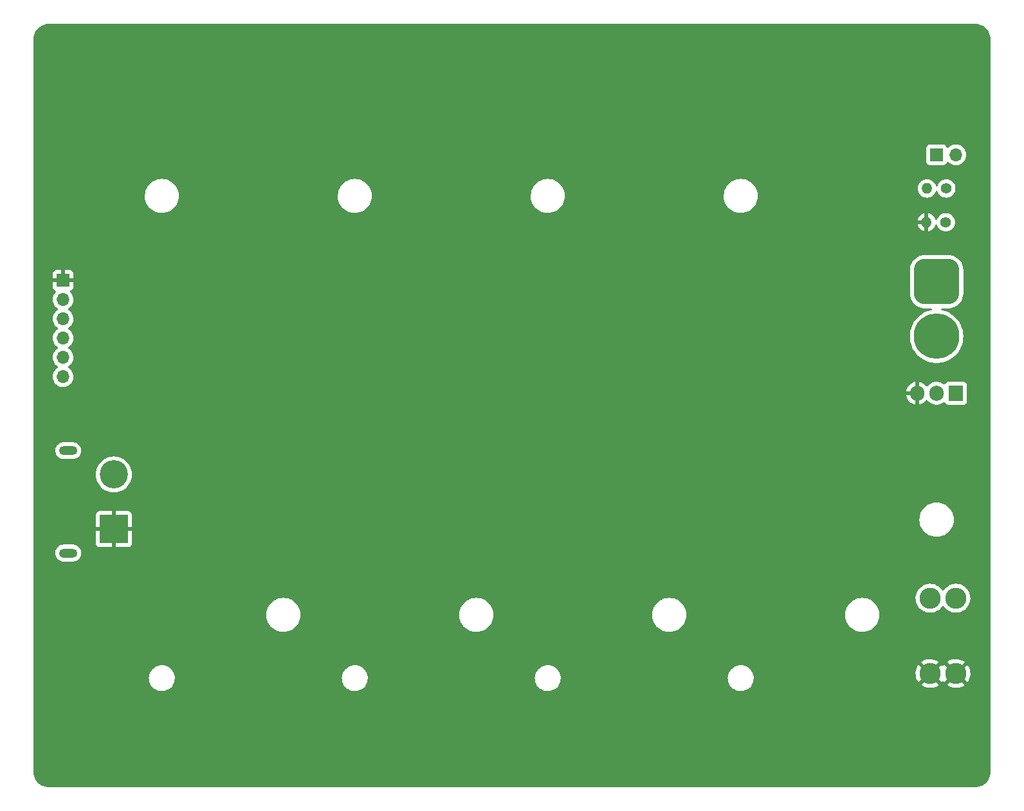
<source format=gbr>
%TF.GenerationSoftware,KiCad,Pcbnew,(6.0.5)*%
%TF.CreationDate,2022-05-14T14:58:19-07:00*%
%TF.ProjectId,li-ion-horn,6c692d69-6f6e-42d6-986f-726e2e6b6963,rev?*%
%TF.SameCoordinates,Original*%
%TF.FileFunction,Copper,L2,Bot*%
%TF.FilePolarity,Positive*%
%FSLAX46Y46*%
G04 Gerber Fmt 4.6, Leading zero omitted, Abs format (unit mm)*
G04 Created by KiCad (PCBNEW (6.0.5)) date 2022-05-14 14:58:19*
%MOMM*%
%LPD*%
G01*
G04 APERTURE LIST*
G04 Aperture macros list*
%AMRoundRect*
0 Rectangle with rounded corners*
0 $1 Rounding radius*
0 $2 $3 $4 $5 $6 $7 $8 $9 X,Y pos of 4 corners*
0 Add a 4 corners polygon primitive as box body*
4,1,4,$2,$3,$4,$5,$6,$7,$8,$9,$2,$3,0*
0 Add four circle primitives for the rounded corners*
1,1,$1+$1,$2,$3*
1,1,$1+$1,$4,$5*
1,1,$1+$1,$6,$7*
1,1,$1+$1,$8,$9*
0 Add four rect primitives between the rounded corners*
20,1,$1+$1,$2,$3,$4,$5,0*
20,1,$1+$1,$4,$5,$6,$7,0*
20,1,$1+$1,$6,$7,$8,$9,0*
20,1,$1+$1,$8,$9,$2,$3,0*%
G04 Aperture macros list end*
%TA.AperFunction,ComponentPad*%
%ADD10R,1.700000X1.700000*%
%TD*%
%TA.AperFunction,ComponentPad*%
%ADD11O,1.700000X1.700000*%
%TD*%
%TA.AperFunction,ComponentPad*%
%ADD12C,2.780000*%
%TD*%
%TA.AperFunction,ComponentPad*%
%ADD13C,1.400000*%
%TD*%
%TA.AperFunction,ComponentPad*%
%ADD14O,1.400000X1.400000*%
%TD*%
%TA.AperFunction,ComponentPad*%
%ADD15R,1.905000X2.000000*%
%TD*%
%TA.AperFunction,ComponentPad*%
%ADD16O,1.905000X2.000000*%
%TD*%
%TA.AperFunction,ComponentPad*%
%ADD17RoundRect,1.500000X-1.500000X1.500000X-1.500000X-1.500000X1.500000X-1.500000X1.500000X1.500000X0*%
%TD*%
%TA.AperFunction,ComponentPad*%
%ADD18C,6.000000*%
%TD*%
%TA.AperFunction,ComponentPad*%
%ADD19R,3.716000X3.716000*%
%TD*%
%TA.AperFunction,ComponentPad*%
%ADD20C,3.716000*%
%TD*%
%TA.AperFunction,ComponentPad*%
%ADD21O,2.400000X1.200000*%
%TD*%
G04 APERTURE END LIST*
D10*
%TO.P,SW1,1,A*%
%TO.N,14.8VDC*%
X170180000Y-68580000D03*
D11*
%TO.P,SW1,2,B*%
%TO.N,HORN_SW*%
X172720000Y-68580000D03*
%TD*%
D10*
%TO.P,J1,1,Pin_1*%
%TO.N,GND*%
X55200000Y-85115000D03*
D11*
%TO.P,J1,2,Pin_2*%
%TO.N,3.7VDC*%
X55200000Y-87655000D03*
%TO.P,J1,3,Pin_3*%
%TO.N,7.4VDC*%
X55200000Y-90195000D03*
%TO.P,J1,4,Pin_4*%
%TO.N,11.1VDC*%
X55200000Y-92735000D03*
%TO.P,J1,5,Pin_5*%
%TO.N,14.8VDC*%
X55200000Y-95275000D03*
%TO.P,J1,6,Pin_6*%
%TO.N,unconnected-(J1-Pad6)*%
X55200000Y-97815000D03*
%TD*%
D12*
%TO.P,F1,1*%
%TO.N,Net-(BT4-Pad2)*%
X172720000Y-127000000D03*
X169320000Y-127000000D03*
%TO.P,F1,2*%
%TO.N,GND*%
X172720000Y-136920000D03*
X169320000Y-136920000D03*
%TD*%
D13*
%TO.P,R2,1*%
%TO.N,Net-(Q1-Pad1)*%
X171400000Y-77470000D03*
D14*
%TO.P,R2,2*%
%TO.N,GND*%
X168860000Y-77470000D03*
%TD*%
D13*
%TO.P,R1,1*%
%TO.N,HORN_SW*%
X171450000Y-73025000D03*
D14*
%TO.P,R1,2*%
%TO.N,Net-(Q1-Pad1)*%
X168910000Y-73025000D03*
%TD*%
D15*
%TO.P,Q1,1,G*%
%TO.N,Net-(Q1-Pad1)*%
X172720000Y-99990000D03*
D16*
%TO.P,Q1,2,D*%
%TO.N,HORN_RET*%
X170180000Y-99990000D03*
%TO.P,Q1,3,S*%
%TO.N,GND*%
X167640000Y-99990000D03*
%TD*%
D17*
%TO.P,J3,1,Pin_1*%
%TO.N,14.8VDC*%
X170180000Y-85300000D03*
D18*
%TO.P,J3,2,Pin_2*%
%TO.N,HORN_RET*%
X170180000Y-92500000D03*
%TD*%
D19*
%TO.P,J2,1,Pin_1*%
%TO.N,GND*%
X61880000Y-117900000D03*
D20*
%TO.P,J2,2,Pin_2*%
%TO.N,14.8VDC*%
X61880000Y-110700000D03*
D21*
%TO.P,J2,S1*%
%TO.N,N/C*%
X55880000Y-121050000D03*
%TO.P,J2,S2*%
X55880000Y-107550000D03*
%TD*%
%TA.AperFunction,Conductor*%
%TO.N,GND*%
G36*
X175230018Y-51310000D02*
G01*
X175244851Y-51312310D01*
X175244855Y-51312310D01*
X175253724Y-51313691D01*
X175262626Y-51312527D01*
X175262629Y-51312527D01*
X175270012Y-51311561D01*
X175294591Y-51310767D01*
X175321442Y-51312527D01*
X175516922Y-51325340D01*
X175533262Y-51327491D01*
X175655478Y-51351801D01*
X175777696Y-51376112D01*
X175793606Y-51380375D01*
X176029600Y-51460484D01*
X176044826Y-51466791D01*
X176268342Y-51577016D01*
X176282616Y-51585257D01*
X176489829Y-51723713D01*
X176502905Y-51733746D01*
X176690278Y-51898068D01*
X176701932Y-51909722D01*
X176866254Y-52097095D01*
X176876287Y-52110171D01*
X177014743Y-52317384D01*
X177022984Y-52331658D01*
X177133209Y-52555174D01*
X177139515Y-52570398D01*
X177219625Y-52806394D01*
X177223889Y-52822307D01*
X177272509Y-53066738D01*
X177274660Y-53083078D01*
X177288763Y-53298236D01*
X177287733Y-53321350D01*
X177287690Y-53324854D01*
X177286309Y-53333724D01*
X177287473Y-53342626D01*
X177287473Y-53342628D01*
X177290436Y-53365283D01*
X177291500Y-53381621D01*
X177291500Y-149810633D01*
X177290000Y-149830018D01*
X177287690Y-149844851D01*
X177287690Y-149844855D01*
X177286309Y-149853724D01*
X177287473Y-149862626D01*
X177287473Y-149862629D01*
X177288439Y-149870012D01*
X177289233Y-149894591D01*
X177274660Y-150116922D01*
X177272509Y-150133262D01*
X177223889Y-150377693D01*
X177219625Y-150393606D01*
X177185312Y-150494689D01*
X177139516Y-150629600D01*
X177133209Y-150644826D01*
X177022984Y-150868342D01*
X177014743Y-150882616D01*
X176876287Y-151089829D01*
X176866254Y-151102905D01*
X176701932Y-151290278D01*
X176690278Y-151301932D01*
X176502905Y-151466254D01*
X176489829Y-151476287D01*
X176282616Y-151614743D01*
X176268342Y-151622984D01*
X176044826Y-151733209D01*
X176029602Y-151739515D01*
X175793606Y-151819625D01*
X175777696Y-151823888D01*
X175655478Y-151848199D01*
X175533262Y-151872509D01*
X175516922Y-151874660D01*
X175368134Y-151884413D01*
X175301763Y-151888763D01*
X175278650Y-151887733D01*
X175275146Y-151887690D01*
X175266276Y-151886309D01*
X175257374Y-151887473D01*
X175257372Y-151887473D01*
X175243915Y-151889233D01*
X175234714Y-151890436D01*
X175218379Y-151891500D01*
X53389367Y-151891500D01*
X53369982Y-151890000D01*
X53355149Y-151887690D01*
X53355145Y-151887690D01*
X53346276Y-151886309D01*
X53337374Y-151887473D01*
X53337371Y-151887473D01*
X53329988Y-151888439D01*
X53305409Y-151889233D01*
X53260799Y-151886309D01*
X53083078Y-151874660D01*
X53066738Y-151872509D01*
X52944522Y-151848199D01*
X52822304Y-151823888D01*
X52806394Y-151819625D01*
X52570398Y-151739515D01*
X52555174Y-151733209D01*
X52331658Y-151622984D01*
X52317384Y-151614743D01*
X52110171Y-151476287D01*
X52097095Y-151466254D01*
X51909722Y-151301932D01*
X51898068Y-151290278D01*
X51733746Y-151102905D01*
X51723713Y-151089829D01*
X51585257Y-150882616D01*
X51577016Y-150868342D01*
X51466791Y-150644826D01*
X51460484Y-150629600D01*
X51414688Y-150494689D01*
X51380375Y-150393606D01*
X51376111Y-150377693D01*
X51327491Y-150133262D01*
X51325340Y-150116922D01*
X51311476Y-149905407D01*
X51312650Y-149882232D01*
X51312334Y-149882204D01*
X51312770Y-149877344D01*
X51313576Y-149872552D01*
X51313729Y-149860000D01*
X51309773Y-149832376D01*
X51308500Y-149814514D01*
X51308500Y-137440583D01*
X66493828Y-137440583D01*
X66499935Y-137699689D01*
X66500769Y-137704394D01*
X66543963Y-137948117D01*
X66545163Y-137954890D01*
X66628473Y-138200313D01*
X66630674Y-138204549D01*
X66630676Y-138204555D01*
X66688210Y-138315312D01*
X66747947Y-138430311D01*
X66750762Y-138434165D01*
X66750765Y-138434169D01*
X66850288Y-138570398D01*
X66900837Y-138639590D01*
X66904209Y-138642980D01*
X66904211Y-138642982D01*
X67080248Y-138819945D01*
X67080253Y-138819949D01*
X67083622Y-138823336D01*
X67292099Y-138977319D01*
X67296337Y-138979549D01*
X67296339Y-138979550D01*
X67517232Y-139095768D01*
X67517239Y-139095771D01*
X67521468Y-139097996D01*
X67525984Y-139099555D01*
X67525990Y-139099558D01*
X67652565Y-139143264D01*
X67766451Y-139182590D01*
X67884193Y-139204093D01*
X68017441Y-139228429D01*
X68017445Y-139228429D01*
X68021412Y-139229154D01*
X68104342Y-139233500D01*
X68265903Y-139233500D01*
X68268282Y-139233319D01*
X68268283Y-139233319D01*
X68453664Y-139219218D01*
X68453669Y-139219217D01*
X68458431Y-139218855D01*
X68463084Y-139217776D01*
X68463087Y-139217776D01*
X68706251Y-139161413D01*
X68706250Y-139161413D01*
X68710915Y-139160332D01*
X68951642Y-139064292D01*
X69175072Y-138932944D01*
X69178783Y-138929923D01*
X69178787Y-138929920D01*
X69372351Y-138772334D01*
X69376063Y-138769312D01*
X69379272Y-138765767D01*
X69379277Y-138765762D01*
X69546774Y-138580713D01*
X69549990Y-138577160D01*
X69618141Y-138474000D01*
X69690213Y-138364903D01*
X69692851Y-138360910D01*
X69766888Y-138200313D01*
X69799352Y-138129892D01*
X69799353Y-138129889D01*
X69801358Y-138125540D01*
X69851806Y-137950186D01*
X69871694Y-137881058D01*
X69871695Y-137881053D01*
X69873015Y-137876465D01*
X69882062Y-137806333D01*
X69905561Y-137624154D01*
X69906172Y-137619417D01*
X69901957Y-137440583D01*
X91893828Y-137440583D01*
X91899935Y-137699689D01*
X91900769Y-137704394D01*
X91943963Y-137948117D01*
X91945163Y-137954890D01*
X92028473Y-138200313D01*
X92030674Y-138204549D01*
X92030676Y-138204555D01*
X92088210Y-138315312D01*
X92147947Y-138430311D01*
X92150762Y-138434165D01*
X92150765Y-138434169D01*
X92250288Y-138570398D01*
X92300837Y-138639590D01*
X92304209Y-138642980D01*
X92304211Y-138642982D01*
X92480248Y-138819945D01*
X92480253Y-138819949D01*
X92483622Y-138823336D01*
X92692099Y-138977319D01*
X92696337Y-138979549D01*
X92696339Y-138979550D01*
X92917232Y-139095768D01*
X92917239Y-139095771D01*
X92921468Y-139097996D01*
X92925984Y-139099555D01*
X92925990Y-139099558D01*
X93052565Y-139143264D01*
X93166451Y-139182590D01*
X93284193Y-139204093D01*
X93417441Y-139228429D01*
X93417445Y-139228429D01*
X93421412Y-139229154D01*
X93504342Y-139233500D01*
X93665903Y-139233500D01*
X93668282Y-139233319D01*
X93668283Y-139233319D01*
X93853664Y-139219218D01*
X93853669Y-139219217D01*
X93858431Y-139218855D01*
X93863084Y-139217776D01*
X93863087Y-139217776D01*
X94106251Y-139161413D01*
X94106250Y-139161413D01*
X94110915Y-139160332D01*
X94351642Y-139064292D01*
X94575072Y-138932944D01*
X94578783Y-138929923D01*
X94578787Y-138929920D01*
X94772351Y-138772334D01*
X94776063Y-138769312D01*
X94779272Y-138765767D01*
X94779277Y-138765762D01*
X94946774Y-138580713D01*
X94949990Y-138577160D01*
X95018141Y-138474000D01*
X95090213Y-138364903D01*
X95092851Y-138360910D01*
X95166888Y-138200313D01*
X95199352Y-138129892D01*
X95199353Y-138129889D01*
X95201358Y-138125540D01*
X95251806Y-137950186D01*
X95271694Y-137881058D01*
X95271695Y-137881053D01*
X95273015Y-137876465D01*
X95282062Y-137806333D01*
X95305561Y-137624154D01*
X95306172Y-137619417D01*
X95301957Y-137440583D01*
X117293828Y-137440583D01*
X117299935Y-137699689D01*
X117300769Y-137704394D01*
X117343963Y-137948117D01*
X117345163Y-137954890D01*
X117428473Y-138200313D01*
X117430674Y-138204549D01*
X117430676Y-138204555D01*
X117488210Y-138315312D01*
X117547947Y-138430311D01*
X117550762Y-138434165D01*
X117550765Y-138434169D01*
X117650288Y-138570398D01*
X117700837Y-138639590D01*
X117704209Y-138642980D01*
X117704211Y-138642982D01*
X117880248Y-138819945D01*
X117880253Y-138819949D01*
X117883622Y-138823336D01*
X118092099Y-138977319D01*
X118096337Y-138979549D01*
X118096339Y-138979550D01*
X118317232Y-139095768D01*
X118317239Y-139095771D01*
X118321468Y-139097996D01*
X118325984Y-139099555D01*
X118325990Y-139099558D01*
X118452565Y-139143264D01*
X118566451Y-139182590D01*
X118684193Y-139204093D01*
X118817441Y-139228429D01*
X118817445Y-139228429D01*
X118821412Y-139229154D01*
X118904342Y-139233500D01*
X119065903Y-139233500D01*
X119068282Y-139233319D01*
X119068283Y-139233319D01*
X119253664Y-139219218D01*
X119253669Y-139219217D01*
X119258431Y-139218855D01*
X119263084Y-139217776D01*
X119263087Y-139217776D01*
X119506251Y-139161413D01*
X119506250Y-139161413D01*
X119510915Y-139160332D01*
X119751642Y-139064292D01*
X119975072Y-138932944D01*
X119978783Y-138929923D01*
X119978787Y-138929920D01*
X120172351Y-138772334D01*
X120176063Y-138769312D01*
X120179272Y-138765767D01*
X120179277Y-138765762D01*
X120346774Y-138580713D01*
X120349990Y-138577160D01*
X120418141Y-138474000D01*
X120490213Y-138364903D01*
X120492851Y-138360910D01*
X120566888Y-138200313D01*
X120599352Y-138129892D01*
X120599353Y-138129889D01*
X120601358Y-138125540D01*
X120651806Y-137950186D01*
X120671694Y-137881058D01*
X120671695Y-137881053D01*
X120673015Y-137876465D01*
X120682062Y-137806333D01*
X120705561Y-137624154D01*
X120706172Y-137619417D01*
X120701957Y-137440583D01*
X142693828Y-137440583D01*
X142699935Y-137699689D01*
X142700769Y-137704394D01*
X142743963Y-137948117D01*
X142745163Y-137954890D01*
X142828473Y-138200313D01*
X142830674Y-138204549D01*
X142830676Y-138204555D01*
X142888210Y-138315312D01*
X142947947Y-138430311D01*
X142950762Y-138434165D01*
X142950765Y-138434169D01*
X143050288Y-138570398D01*
X143100837Y-138639590D01*
X143104209Y-138642980D01*
X143104211Y-138642982D01*
X143280248Y-138819945D01*
X143280253Y-138819949D01*
X143283622Y-138823336D01*
X143492099Y-138977319D01*
X143496337Y-138979549D01*
X143496339Y-138979550D01*
X143717232Y-139095768D01*
X143717239Y-139095771D01*
X143721468Y-139097996D01*
X143725984Y-139099555D01*
X143725990Y-139099558D01*
X143852565Y-139143264D01*
X143966451Y-139182590D01*
X144084193Y-139204093D01*
X144217441Y-139228429D01*
X144217445Y-139228429D01*
X144221412Y-139229154D01*
X144304342Y-139233500D01*
X144465903Y-139233500D01*
X144468282Y-139233319D01*
X144468283Y-139233319D01*
X144653664Y-139219218D01*
X144653669Y-139219217D01*
X144658431Y-139218855D01*
X144663084Y-139217776D01*
X144663087Y-139217776D01*
X144906251Y-139161413D01*
X144906250Y-139161413D01*
X144910915Y-139160332D01*
X145151642Y-139064292D01*
X145375072Y-138932944D01*
X145378783Y-138929923D01*
X145378787Y-138929920D01*
X145572351Y-138772334D01*
X145576063Y-138769312D01*
X145579272Y-138765767D01*
X145579277Y-138765762D01*
X145746774Y-138580713D01*
X145749990Y-138577160D01*
X145818141Y-138474000D01*
X145846748Y-138430697D01*
X168174470Y-138430697D01*
X168181860Y-138440999D01*
X168222394Y-138474000D01*
X168229669Y-138479113D01*
X168452309Y-138613153D01*
X168460233Y-138617189D01*
X168699531Y-138718520D01*
X168707936Y-138721398D01*
X168959140Y-138788002D01*
X168967861Y-138789666D01*
X169225948Y-138820213D01*
X169234813Y-138820631D01*
X169494617Y-138814508D01*
X169503472Y-138813671D01*
X169759821Y-138771003D01*
X169768455Y-138768930D01*
X170016239Y-138690566D01*
X170024501Y-138687295D01*
X170258765Y-138574804D01*
X170266489Y-138570398D01*
X170458058Y-138442396D01*
X170466346Y-138432478D01*
X170465434Y-138430697D01*
X171574470Y-138430697D01*
X171581860Y-138440999D01*
X171622394Y-138474000D01*
X171629669Y-138479113D01*
X171852309Y-138613153D01*
X171860233Y-138617189D01*
X172099531Y-138718520D01*
X172107936Y-138721398D01*
X172359140Y-138788002D01*
X172367861Y-138789666D01*
X172625948Y-138820213D01*
X172634813Y-138820631D01*
X172894617Y-138814508D01*
X172903472Y-138813671D01*
X173159821Y-138771003D01*
X173168455Y-138768930D01*
X173416239Y-138690566D01*
X173424501Y-138687295D01*
X173658765Y-138574804D01*
X173666489Y-138570398D01*
X173858058Y-138442396D01*
X173866346Y-138432478D01*
X173859089Y-138418299D01*
X172732812Y-137292022D01*
X172718868Y-137284408D01*
X172717035Y-137284539D01*
X172710420Y-137288790D01*
X171581636Y-138417574D01*
X171574470Y-138430697D01*
X170465434Y-138430697D01*
X170459089Y-138418299D01*
X169332812Y-137292022D01*
X169318868Y-137284408D01*
X169317035Y-137284539D01*
X169310420Y-137288790D01*
X168181636Y-138417574D01*
X168174470Y-138430697D01*
X145846748Y-138430697D01*
X145890213Y-138364903D01*
X145892851Y-138360910D01*
X145966888Y-138200313D01*
X145999352Y-138129892D01*
X145999353Y-138129889D01*
X146001358Y-138125540D01*
X146051806Y-137950186D01*
X146071694Y-137881058D01*
X146071695Y-137881053D01*
X146073015Y-137876465D01*
X146082062Y-137806333D01*
X146105561Y-137624154D01*
X146106172Y-137619417D01*
X146101845Y-137435846D01*
X146100178Y-137365091D01*
X146100178Y-137365087D01*
X146100065Y-137360311D01*
X146059813Y-137133188D01*
X146055671Y-137109814D01*
X146055670Y-137109810D01*
X146054837Y-137105110D01*
X145973223Y-136864682D01*
X167418266Y-136864682D01*
X167428468Y-137124359D01*
X167429443Y-137133188D01*
X167476133Y-137388838D01*
X167478344Y-137397449D01*
X167560586Y-137643956D01*
X167563990Y-137652174D01*
X167680150Y-137884648D01*
X167684668Y-137892287D01*
X167798541Y-138057049D01*
X167808859Y-138065400D01*
X167822514Y-138058276D01*
X168947978Y-136932812D01*
X168954356Y-136921132D01*
X169684408Y-136921132D01*
X169684539Y-136922965D01*
X169688790Y-136929580D01*
X170818418Y-138059208D01*
X170831819Y-138066526D01*
X170841721Y-138059540D01*
X170856570Y-138041875D01*
X170861794Y-138034685D01*
X170912689Y-137953078D01*
X170965709Y-137905862D01*
X171035839Y-137894806D01*
X171100814Y-137923420D01*
X171123254Y-137948117D01*
X171198540Y-138057048D01*
X171208859Y-138065400D01*
X171222514Y-138058276D01*
X172347978Y-136932812D01*
X172354356Y-136921132D01*
X173084408Y-136921132D01*
X173084539Y-136922965D01*
X173088790Y-136929580D01*
X174218418Y-138059208D01*
X174231819Y-138066526D01*
X174241721Y-138059540D01*
X174256570Y-138041875D01*
X174261794Y-138034685D01*
X174399318Y-137814173D01*
X174403470Y-137806333D01*
X174508553Y-137568638D01*
X174511563Y-137560277D01*
X174582101Y-137310166D01*
X174583905Y-137301458D01*
X174618666Y-137042663D01*
X174619194Y-137036270D01*
X174622747Y-136923222D01*
X174622620Y-136916779D01*
X174604180Y-136656335D01*
X174602927Y-136647531D01*
X174548230Y-136393474D01*
X174545751Y-136384941D01*
X174455803Y-136141128D01*
X174452148Y-136133033D01*
X174328741Y-135904319D01*
X174323982Y-135896821D01*
X174240608Y-135783941D01*
X174229480Y-135775499D01*
X174216887Y-135782323D01*
X173092022Y-136907188D01*
X173084408Y-136921132D01*
X172354356Y-136921132D01*
X172355592Y-136918868D01*
X172355461Y-136917035D01*
X172351210Y-136910420D01*
X171222940Y-135782150D01*
X171210099Y-135775138D01*
X171199410Y-135782933D01*
X171148947Y-135846945D01*
X171143957Y-135854288D01*
X171129635Y-135878946D01*
X171078125Y-135927805D01*
X171008377Y-135941060D01*
X170942535Y-135914502D01*
X170919329Y-135890521D01*
X170840608Y-135783941D01*
X170829480Y-135775499D01*
X170816887Y-135782323D01*
X169692022Y-136907188D01*
X169684408Y-136921132D01*
X168954356Y-136921132D01*
X168955592Y-136918868D01*
X168955461Y-136917035D01*
X168951210Y-136910420D01*
X167822940Y-135782150D01*
X167810099Y-135775138D01*
X167799410Y-135782933D01*
X167748947Y-135846945D01*
X167743954Y-135854293D01*
X167613424Y-136079016D01*
X167609520Y-136086986D01*
X167511957Y-136327856D01*
X167509210Y-136336313D01*
X167446562Y-136588518D01*
X167445033Y-136597279D01*
X167418545Y-136855799D01*
X167418266Y-136864682D01*
X145973223Y-136864682D01*
X145971527Y-136859687D01*
X145969326Y-136855451D01*
X145969324Y-136855445D01*
X145888104Y-136699090D01*
X145852053Y-136629689D01*
X145821976Y-136588518D01*
X145701986Y-136424274D01*
X145701985Y-136424273D01*
X145699163Y-136420410D01*
X145615506Y-136336313D01*
X145519752Y-136240055D01*
X145519747Y-136240051D01*
X145516378Y-136236664D01*
X145307901Y-136082681D01*
X145300935Y-136079016D01*
X145082768Y-135964232D01*
X145082761Y-135964229D01*
X145078532Y-135962004D01*
X145074016Y-135960445D01*
X145074010Y-135960442D01*
X144903148Y-135901443D01*
X144833549Y-135877410D01*
X144666738Y-135846945D01*
X144582559Y-135831571D01*
X144582555Y-135831571D01*
X144578588Y-135830846D01*
X144495658Y-135826500D01*
X144334097Y-135826500D01*
X144331718Y-135826681D01*
X144331717Y-135826681D01*
X144146336Y-135840782D01*
X144146331Y-135840783D01*
X144141569Y-135841145D01*
X144136916Y-135842224D01*
X144136913Y-135842224D01*
X143988822Y-135876550D01*
X143889085Y-135899668D01*
X143648358Y-135995708D01*
X143424928Y-136127056D01*
X143421217Y-136130077D01*
X143421213Y-136130080D01*
X143417586Y-136133033D01*
X143223937Y-136290688D01*
X143220728Y-136294233D01*
X143220723Y-136294238D01*
X143103021Y-136424274D01*
X143050010Y-136482840D01*
X142907149Y-136699090D01*
X142905148Y-136703430D01*
X142905146Y-136703434D01*
X142800648Y-136930108D01*
X142798642Y-136934460D01*
X142726985Y-137183535D01*
X142726374Y-137188270D01*
X142726373Y-137188276D01*
X142704789Y-137355606D01*
X142693828Y-137440583D01*
X120701957Y-137440583D01*
X120701845Y-137435846D01*
X120700178Y-137365091D01*
X120700178Y-137365087D01*
X120700065Y-137360311D01*
X120659813Y-137133188D01*
X120655671Y-137109814D01*
X120655670Y-137109810D01*
X120654837Y-137105110D01*
X120571527Y-136859687D01*
X120569326Y-136855451D01*
X120569324Y-136855445D01*
X120488104Y-136699090D01*
X120452053Y-136629689D01*
X120421976Y-136588518D01*
X120301986Y-136424274D01*
X120301985Y-136424273D01*
X120299163Y-136420410D01*
X120215506Y-136336313D01*
X120119752Y-136240055D01*
X120119747Y-136240051D01*
X120116378Y-136236664D01*
X119907901Y-136082681D01*
X119900935Y-136079016D01*
X119682768Y-135964232D01*
X119682761Y-135964229D01*
X119678532Y-135962004D01*
X119674016Y-135960445D01*
X119674010Y-135960442D01*
X119503148Y-135901443D01*
X119433549Y-135877410D01*
X119266738Y-135846945D01*
X119182559Y-135831571D01*
X119182555Y-135831571D01*
X119178588Y-135830846D01*
X119095658Y-135826500D01*
X118934097Y-135826500D01*
X118931718Y-135826681D01*
X118931717Y-135826681D01*
X118746336Y-135840782D01*
X118746331Y-135840783D01*
X118741569Y-135841145D01*
X118736916Y-135842224D01*
X118736913Y-135842224D01*
X118588822Y-135876550D01*
X118489085Y-135899668D01*
X118248358Y-135995708D01*
X118024928Y-136127056D01*
X118021217Y-136130077D01*
X118021213Y-136130080D01*
X118017586Y-136133033D01*
X117823937Y-136290688D01*
X117820728Y-136294233D01*
X117820723Y-136294238D01*
X117703021Y-136424274D01*
X117650010Y-136482840D01*
X117507149Y-136699090D01*
X117505148Y-136703430D01*
X117505146Y-136703434D01*
X117400648Y-136930108D01*
X117398642Y-136934460D01*
X117326985Y-137183535D01*
X117326374Y-137188270D01*
X117326373Y-137188276D01*
X117304789Y-137355606D01*
X117293828Y-137440583D01*
X95301957Y-137440583D01*
X95301845Y-137435846D01*
X95300178Y-137365091D01*
X95300178Y-137365087D01*
X95300065Y-137360311D01*
X95259813Y-137133188D01*
X95255671Y-137109814D01*
X95255670Y-137109810D01*
X95254837Y-137105110D01*
X95171527Y-136859687D01*
X95169326Y-136855451D01*
X95169324Y-136855445D01*
X95088104Y-136699090D01*
X95052053Y-136629689D01*
X95021976Y-136588518D01*
X94901986Y-136424274D01*
X94901985Y-136424273D01*
X94899163Y-136420410D01*
X94815506Y-136336313D01*
X94719752Y-136240055D01*
X94719747Y-136240051D01*
X94716378Y-136236664D01*
X94507901Y-136082681D01*
X94500935Y-136079016D01*
X94282768Y-135964232D01*
X94282761Y-135964229D01*
X94278532Y-135962004D01*
X94274016Y-135960445D01*
X94274010Y-135960442D01*
X94103148Y-135901443D01*
X94033549Y-135877410D01*
X93866738Y-135846945D01*
X93782559Y-135831571D01*
X93782555Y-135831571D01*
X93778588Y-135830846D01*
X93695658Y-135826500D01*
X93534097Y-135826500D01*
X93531718Y-135826681D01*
X93531717Y-135826681D01*
X93346336Y-135840782D01*
X93346331Y-135840783D01*
X93341569Y-135841145D01*
X93336916Y-135842224D01*
X93336913Y-135842224D01*
X93188822Y-135876550D01*
X93089085Y-135899668D01*
X92848358Y-135995708D01*
X92624928Y-136127056D01*
X92621217Y-136130077D01*
X92621213Y-136130080D01*
X92617586Y-136133033D01*
X92423937Y-136290688D01*
X92420728Y-136294233D01*
X92420723Y-136294238D01*
X92303021Y-136424274D01*
X92250010Y-136482840D01*
X92107149Y-136699090D01*
X92105148Y-136703430D01*
X92105146Y-136703434D01*
X92000648Y-136930108D01*
X91998642Y-136934460D01*
X91926985Y-137183535D01*
X91926374Y-137188270D01*
X91926373Y-137188276D01*
X91904789Y-137355606D01*
X91893828Y-137440583D01*
X69901957Y-137440583D01*
X69901845Y-137435846D01*
X69900178Y-137365091D01*
X69900178Y-137365087D01*
X69900065Y-137360311D01*
X69859813Y-137133188D01*
X69855671Y-137109814D01*
X69855670Y-137109810D01*
X69854837Y-137105110D01*
X69771527Y-136859687D01*
X69769326Y-136855451D01*
X69769324Y-136855445D01*
X69688104Y-136699090D01*
X69652053Y-136629689D01*
X69621976Y-136588518D01*
X69501986Y-136424274D01*
X69501985Y-136424273D01*
X69499163Y-136420410D01*
X69415506Y-136336313D01*
X69319752Y-136240055D01*
X69319747Y-136240051D01*
X69316378Y-136236664D01*
X69107901Y-136082681D01*
X69100935Y-136079016D01*
X68882768Y-135964232D01*
X68882761Y-135964229D01*
X68878532Y-135962004D01*
X68874016Y-135960445D01*
X68874010Y-135960442D01*
X68703148Y-135901443D01*
X68633549Y-135877410D01*
X68466738Y-135846945D01*
X68382559Y-135831571D01*
X68382555Y-135831571D01*
X68378588Y-135830846D01*
X68295658Y-135826500D01*
X68134097Y-135826500D01*
X68131718Y-135826681D01*
X68131717Y-135826681D01*
X67946336Y-135840782D01*
X67946331Y-135840783D01*
X67941569Y-135841145D01*
X67936916Y-135842224D01*
X67936913Y-135842224D01*
X67788822Y-135876550D01*
X67689085Y-135899668D01*
X67448358Y-135995708D01*
X67224928Y-136127056D01*
X67221217Y-136130077D01*
X67221213Y-136130080D01*
X67217586Y-136133033D01*
X67023937Y-136290688D01*
X67020728Y-136294233D01*
X67020723Y-136294238D01*
X66903021Y-136424274D01*
X66850010Y-136482840D01*
X66707149Y-136699090D01*
X66705148Y-136703430D01*
X66705146Y-136703434D01*
X66600648Y-136930108D01*
X66598642Y-136934460D01*
X66526985Y-137183535D01*
X66526374Y-137188270D01*
X66526373Y-137188276D01*
X66504789Y-137355606D01*
X66493828Y-137440583D01*
X51308500Y-137440583D01*
X51308500Y-135409857D01*
X168175214Y-135409857D01*
X168182194Y-135422984D01*
X169307188Y-136547978D01*
X169321132Y-136555592D01*
X169322965Y-136555461D01*
X169329580Y-136551210D01*
X170457668Y-135423122D01*
X170464522Y-135410570D01*
X170463993Y-135409857D01*
X171575214Y-135409857D01*
X171582194Y-135422984D01*
X172707188Y-136547978D01*
X172721132Y-136555592D01*
X172722965Y-136555461D01*
X172729580Y-136551210D01*
X173857668Y-135423122D01*
X173864522Y-135410570D01*
X173856315Y-135399499D01*
X173768247Y-135332288D01*
X173760822Y-135327411D01*
X173534082Y-135200430D01*
X173526030Y-135196641D01*
X173283669Y-135102878D01*
X173275179Y-135100266D01*
X173022010Y-135041585D01*
X173013232Y-135040195D01*
X172754321Y-135017771D01*
X172745450Y-135017631D01*
X172485953Y-135031912D01*
X172477143Y-135033026D01*
X172222262Y-135083724D01*
X172213686Y-135086070D01*
X171968495Y-135172174D01*
X171960329Y-135175708D01*
X171729716Y-135295503D01*
X171722144Y-135300142D01*
X171583616Y-135399136D01*
X171575214Y-135409857D01*
X170463993Y-135409857D01*
X170456315Y-135399499D01*
X170368247Y-135332288D01*
X170360822Y-135327411D01*
X170134082Y-135200430D01*
X170126030Y-135196641D01*
X169883669Y-135102878D01*
X169875179Y-135100266D01*
X169622010Y-135041585D01*
X169613232Y-135040195D01*
X169354321Y-135017771D01*
X169345450Y-135017631D01*
X169085953Y-135031912D01*
X169077143Y-135033026D01*
X168822262Y-135083724D01*
X168813686Y-135086070D01*
X168568495Y-135172174D01*
X168560329Y-135175708D01*
X168329716Y-135295503D01*
X168322144Y-135300142D01*
X168183616Y-135399136D01*
X168175214Y-135409857D01*
X51308500Y-135409857D01*
X51308500Y-129246880D01*
X81961992Y-129246880D01*
X81962355Y-129251028D01*
X81962355Y-129251032D01*
X81987487Y-129538293D01*
X81987488Y-129538301D01*
X81987852Y-129542459D01*
X82052577Y-129832021D01*
X82054019Y-129835941D01*
X82054021Y-129835947D01*
X82124619Y-130027827D01*
X82155029Y-130110480D01*
X82293410Y-130372942D01*
X82465288Y-130614797D01*
X82667642Y-130831796D01*
X82896918Y-131020125D01*
X83149088Y-131176477D01*
X83419722Y-131298105D01*
X83592390Y-131349580D01*
X83700065Y-131381679D01*
X83700067Y-131381679D01*
X83704064Y-131382871D01*
X83708184Y-131383524D01*
X83708186Y-131383524D01*
X83827106Y-131402359D01*
X83997119Y-131429286D01*
X84042146Y-131431331D01*
X84088497Y-131433436D01*
X84088516Y-131433436D01*
X84089916Y-131433500D01*
X84275264Y-131433500D01*
X84496056Y-131418835D01*
X84786910Y-131360188D01*
X85067453Y-131263590D01*
X85071196Y-131261716D01*
X85071200Y-131261714D01*
X85329012Y-131132611D01*
X85329014Y-131132610D01*
X85332756Y-131130736D01*
X85578158Y-130963961D01*
X85799346Y-130766196D01*
X85992436Y-130540914D01*
X85994711Y-130537411D01*
X86151763Y-130295572D01*
X86151765Y-130295569D01*
X86154035Y-130292073D01*
X86281304Y-130024046D01*
X86341696Y-129835947D01*
X86370726Y-129745530D01*
X86370727Y-129745524D01*
X86372006Y-129741542D01*
X86407091Y-129546548D01*
X86423809Y-129453632D01*
X86423810Y-129453627D01*
X86424548Y-129449523D01*
X86433751Y-129246880D01*
X107361992Y-129246880D01*
X107362355Y-129251028D01*
X107362355Y-129251032D01*
X107387487Y-129538293D01*
X107387488Y-129538301D01*
X107387852Y-129542459D01*
X107452577Y-129832021D01*
X107454019Y-129835941D01*
X107454021Y-129835947D01*
X107524619Y-130027827D01*
X107555029Y-130110480D01*
X107693410Y-130372942D01*
X107865288Y-130614797D01*
X108067642Y-130831796D01*
X108296918Y-131020125D01*
X108549088Y-131176477D01*
X108819722Y-131298105D01*
X108992390Y-131349580D01*
X109100065Y-131381679D01*
X109100067Y-131381679D01*
X109104064Y-131382871D01*
X109108184Y-131383524D01*
X109108186Y-131383524D01*
X109227106Y-131402359D01*
X109397119Y-131429286D01*
X109442146Y-131431331D01*
X109488497Y-131433436D01*
X109488516Y-131433436D01*
X109489916Y-131433500D01*
X109675264Y-131433500D01*
X109896056Y-131418835D01*
X110186910Y-131360188D01*
X110467453Y-131263590D01*
X110471196Y-131261716D01*
X110471200Y-131261714D01*
X110729012Y-131132611D01*
X110729014Y-131132610D01*
X110732756Y-131130736D01*
X110978158Y-130963961D01*
X111199346Y-130766196D01*
X111392436Y-130540914D01*
X111394711Y-130537411D01*
X111551763Y-130295572D01*
X111551765Y-130295569D01*
X111554035Y-130292073D01*
X111681304Y-130024046D01*
X111741696Y-129835947D01*
X111770726Y-129745530D01*
X111770727Y-129745524D01*
X111772006Y-129741542D01*
X111807091Y-129546548D01*
X111823809Y-129453632D01*
X111823810Y-129453627D01*
X111824548Y-129449523D01*
X111833751Y-129246880D01*
X132761992Y-129246880D01*
X132762355Y-129251028D01*
X132762355Y-129251032D01*
X132787487Y-129538293D01*
X132787488Y-129538301D01*
X132787852Y-129542459D01*
X132852577Y-129832021D01*
X132854019Y-129835941D01*
X132854021Y-129835947D01*
X132924619Y-130027827D01*
X132955029Y-130110480D01*
X133093410Y-130372942D01*
X133265288Y-130614797D01*
X133467642Y-130831796D01*
X133696918Y-131020125D01*
X133949088Y-131176477D01*
X134219722Y-131298105D01*
X134392390Y-131349580D01*
X134500065Y-131381679D01*
X134500067Y-131381679D01*
X134504064Y-131382871D01*
X134508184Y-131383524D01*
X134508186Y-131383524D01*
X134627106Y-131402359D01*
X134797119Y-131429286D01*
X134842146Y-131431331D01*
X134888497Y-131433436D01*
X134888516Y-131433436D01*
X134889916Y-131433500D01*
X135075264Y-131433500D01*
X135296056Y-131418835D01*
X135586910Y-131360188D01*
X135867453Y-131263590D01*
X135871196Y-131261716D01*
X135871200Y-131261714D01*
X136129012Y-131132611D01*
X136129014Y-131132610D01*
X136132756Y-131130736D01*
X136378158Y-130963961D01*
X136599346Y-130766196D01*
X136792436Y-130540914D01*
X136794711Y-130537411D01*
X136951763Y-130295572D01*
X136951765Y-130295569D01*
X136954035Y-130292073D01*
X137081304Y-130024046D01*
X137141696Y-129835947D01*
X137170726Y-129745530D01*
X137170727Y-129745524D01*
X137172006Y-129741542D01*
X137207091Y-129546548D01*
X137223809Y-129453632D01*
X137223810Y-129453627D01*
X137224548Y-129449523D01*
X137233751Y-129246880D01*
X158161992Y-129246880D01*
X158162355Y-129251028D01*
X158162355Y-129251032D01*
X158187487Y-129538293D01*
X158187488Y-129538301D01*
X158187852Y-129542459D01*
X158252577Y-129832021D01*
X158254019Y-129835941D01*
X158254021Y-129835947D01*
X158324619Y-130027827D01*
X158355029Y-130110480D01*
X158493410Y-130372942D01*
X158665288Y-130614797D01*
X158867642Y-130831796D01*
X159096918Y-131020125D01*
X159349088Y-131176477D01*
X159619722Y-131298105D01*
X159792390Y-131349580D01*
X159900065Y-131381679D01*
X159900067Y-131381679D01*
X159904064Y-131382871D01*
X159908184Y-131383524D01*
X159908186Y-131383524D01*
X160027106Y-131402359D01*
X160197119Y-131429286D01*
X160242146Y-131431331D01*
X160288497Y-131433436D01*
X160288516Y-131433436D01*
X160289916Y-131433500D01*
X160475264Y-131433500D01*
X160696056Y-131418835D01*
X160986910Y-131360188D01*
X161267453Y-131263590D01*
X161271196Y-131261716D01*
X161271200Y-131261714D01*
X161529012Y-131132611D01*
X161529014Y-131132610D01*
X161532756Y-131130736D01*
X161778158Y-130963961D01*
X161999346Y-130766196D01*
X162192436Y-130540914D01*
X162194711Y-130537411D01*
X162351763Y-130295572D01*
X162351765Y-130295569D01*
X162354035Y-130292073D01*
X162481304Y-130024046D01*
X162541696Y-129835947D01*
X162570726Y-129745530D01*
X162570727Y-129745524D01*
X162572006Y-129741542D01*
X162607091Y-129546548D01*
X162623809Y-129453632D01*
X162623810Y-129453627D01*
X162624548Y-129449523D01*
X162633751Y-129246880D01*
X162637819Y-129157290D01*
X162637819Y-129157285D01*
X162638008Y-129153120D01*
X162637645Y-129148968D01*
X162612513Y-128861707D01*
X162612512Y-128861699D01*
X162612148Y-128857541D01*
X162547423Y-128567979D01*
X162543467Y-128557225D01*
X162446418Y-128293452D01*
X162446416Y-128293448D01*
X162444971Y-128289520D01*
X162392530Y-128190056D01*
X162308543Y-128030762D01*
X162308542Y-128030761D01*
X162306590Y-128027058D01*
X162134712Y-127785203D01*
X161932358Y-127568204D01*
X161703082Y-127379875D01*
X161450912Y-127223523D01*
X161180278Y-127101895D01*
X161007610Y-127050420D01*
X160899935Y-127018321D01*
X160899933Y-127018321D01*
X160895936Y-127017129D01*
X160891816Y-127016476D01*
X160891814Y-127016476D01*
X160767450Y-126996779D01*
X160602881Y-126970714D01*
X160557854Y-126968669D01*
X160511503Y-126966564D01*
X160511484Y-126966564D01*
X160510084Y-126966500D01*
X160324736Y-126966500D01*
X160103944Y-126981165D01*
X159813090Y-127039812D01*
X159532547Y-127136410D01*
X159528804Y-127138284D01*
X159528800Y-127138286D01*
X159354179Y-127225730D01*
X159267244Y-127269264D01*
X159021842Y-127436039D01*
X158800654Y-127633804D01*
X158797937Y-127636974D01*
X158797936Y-127636975D01*
X158723216Y-127724152D01*
X158607564Y-127859086D01*
X158605290Y-127862588D01*
X158605289Y-127862589D01*
X158497203Y-128029028D01*
X158445965Y-128107927D01*
X158444177Y-128111693D01*
X158444174Y-128111698D01*
X158439202Y-128122169D01*
X158318696Y-128375954D01*
X158317417Y-128379937D01*
X158317416Y-128379940D01*
X158229647Y-128653310D01*
X158227994Y-128658458D01*
X158227253Y-128662577D01*
X158184312Y-128901237D01*
X158175452Y-128950477D01*
X158175263Y-128954644D01*
X158175262Y-128954651D01*
X158166060Y-129157290D01*
X158161992Y-129246880D01*
X137233751Y-129246880D01*
X137237819Y-129157290D01*
X137237819Y-129157285D01*
X137238008Y-129153120D01*
X137237645Y-129148968D01*
X137212513Y-128861707D01*
X137212512Y-128861699D01*
X137212148Y-128857541D01*
X137147423Y-128567979D01*
X137143467Y-128557225D01*
X137046418Y-128293452D01*
X137046416Y-128293448D01*
X137044971Y-128289520D01*
X136992530Y-128190056D01*
X136908543Y-128030762D01*
X136908542Y-128030761D01*
X136906590Y-128027058D01*
X136734712Y-127785203D01*
X136532358Y-127568204D01*
X136303082Y-127379875D01*
X136050912Y-127223523D01*
X135780278Y-127101895D01*
X135607610Y-127050420D01*
X135499935Y-127018321D01*
X135499933Y-127018321D01*
X135495936Y-127017129D01*
X135491816Y-127016476D01*
X135491814Y-127016476D01*
X135367450Y-126996779D01*
X135202881Y-126970714D01*
X135157854Y-126968669D01*
X135111503Y-126966564D01*
X135111484Y-126966564D01*
X135110084Y-126966500D01*
X134924736Y-126966500D01*
X134703944Y-126981165D01*
X134413090Y-127039812D01*
X134132547Y-127136410D01*
X134128804Y-127138284D01*
X134128800Y-127138286D01*
X133954179Y-127225730D01*
X133867244Y-127269264D01*
X133621842Y-127436039D01*
X133400654Y-127633804D01*
X133397937Y-127636974D01*
X133397936Y-127636975D01*
X133323216Y-127724152D01*
X133207564Y-127859086D01*
X133205290Y-127862588D01*
X133205289Y-127862589D01*
X133097203Y-128029028D01*
X133045965Y-128107927D01*
X133044177Y-128111693D01*
X133044174Y-128111698D01*
X133039202Y-128122169D01*
X132918696Y-128375954D01*
X132917417Y-128379937D01*
X132917416Y-128379940D01*
X132829647Y-128653310D01*
X132827994Y-128658458D01*
X132827253Y-128662577D01*
X132784312Y-128901237D01*
X132775452Y-128950477D01*
X132775263Y-128954644D01*
X132775262Y-128954651D01*
X132766060Y-129157290D01*
X132761992Y-129246880D01*
X111833751Y-129246880D01*
X111837819Y-129157290D01*
X111837819Y-129157285D01*
X111838008Y-129153120D01*
X111837645Y-129148968D01*
X111812513Y-128861707D01*
X111812512Y-128861699D01*
X111812148Y-128857541D01*
X111747423Y-128567979D01*
X111743467Y-128557225D01*
X111646418Y-128293452D01*
X111646416Y-128293448D01*
X111644971Y-128289520D01*
X111592530Y-128190056D01*
X111508543Y-128030762D01*
X111508542Y-128030761D01*
X111506590Y-128027058D01*
X111334712Y-127785203D01*
X111132358Y-127568204D01*
X110903082Y-127379875D01*
X110650912Y-127223523D01*
X110380278Y-127101895D01*
X110207610Y-127050420D01*
X110099935Y-127018321D01*
X110099933Y-127018321D01*
X110095936Y-127017129D01*
X110091816Y-127016476D01*
X110091814Y-127016476D01*
X109967450Y-126996779D01*
X109802881Y-126970714D01*
X109757854Y-126968669D01*
X109711503Y-126966564D01*
X109711484Y-126966564D01*
X109710084Y-126966500D01*
X109524736Y-126966500D01*
X109303944Y-126981165D01*
X109013090Y-127039812D01*
X108732547Y-127136410D01*
X108728804Y-127138284D01*
X108728800Y-127138286D01*
X108554179Y-127225730D01*
X108467244Y-127269264D01*
X108221842Y-127436039D01*
X108000654Y-127633804D01*
X107997937Y-127636974D01*
X107997936Y-127636975D01*
X107923216Y-127724152D01*
X107807564Y-127859086D01*
X107805290Y-127862588D01*
X107805289Y-127862589D01*
X107697203Y-128029028D01*
X107645965Y-128107927D01*
X107644177Y-128111693D01*
X107644174Y-128111698D01*
X107639202Y-128122169D01*
X107518696Y-128375954D01*
X107517417Y-128379937D01*
X107517416Y-128379940D01*
X107429647Y-128653310D01*
X107427994Y-128658458D01*
X107427253Y-128662577D01*
X107384312Y-128901237D01*
X107375452Y-128950477D01*
X107375263Y-128954644D01*
X107375262Y-128954651D01*
X107366060Y-129157290D01*
X107361992Y-129246880D01*
X86433751Y-129246880D01*
X86437819Y-129157290D01*
X86437819Y-129157285D01*
X86438008Y-129153120D01*
X86437645Y-129148968D01*
X86412513Y-128861707D01*
X86412512Y-128861699D01*
X86412148Y-128857541D01*
X86347423Y-128567979D01*
X86343467Y-128557225D01*
X86246418Y-128293452D01*
X86246416Y-128293448D01*
X86244971Y-128289520D01*
X86192530Y-128190056D01*
X86108543Y-128030762D01*
X86108542Y-128030761D01*
X86106590Y-128027058D01*
X85934712Y-127785203D01*
X85732358Y-127568204D01*
X85503082Y-127379875D01*
X85250912Y-127223523D01*
X84980278Y-127101895D01*
X84807610Y-127050420D01*
X84699935Y-127018321D01*
X84699933Y-127018321D01*
X84695936Y-127017129D01*
X84691816Y-127016476D01*
X84691814Y-127016476D01*
X84567450Y-126996779D01*
X84402881Y-126970714D01*
X84357854Y-126968669D01*
X84311503Y-126966564D01*
X84311484Y-126966564D01*
X84310084Y-126966500D01*
X84124736Y-126966500D01*
X83903944Y-126981165D01*
X83613090Y-127039812D01*
X83332547Y-127136410D01*
X83328804Y-127138284D01*
X83328800Y-127138286D01*
X83154179Y-127225730D01*
X83067244Y-127269264D01*
X82821842Y-127436039D01*
X82600654Y-127633804D01*
X82597937Y-127636974D01*
X82597936Y-127636975D01*
X82523216Y-127724152D01*
X82407564Y-127859086D01*
X82405290Y-127862588D01*
X82405289Y-127862589D01*
X82297203Y-128029028D01*
X82245965Y-128107927D01*
X82244177Y-128111693D01*
X82244174Y-128111698D01*
X82239202Y-128122169D01*
X82118696Y-128375954D01*
X82117417Y-128379937D01*
X82117416Y-128379940D01*
X82029647Y-128653310D01*
X82027994Y-128658458D01*
X82027253Y-128662577D01*
X81984312Y-128901237D01*
X81975452Y-128950477D01*
X81975263Y-128954644D01*
X81975262Y-128954651D01*
X81966060Y-129157290D01*
X81961992Y-129246880D01*
X51308500Y-129246880D01*
X51308500Y-126940214D01*
X167417589Y-126940214D01*
X167428144Y-127208863D01*
X167476447Y-127473344D01*
X167561534Y-127728381D01*
X167591629Y-127788610D01*
X167642608Y-127890634D01*
X167681707Y-127968884D01*
X167834568Y-128190056D01*
X167837590Y-128193325D01*
X168006411Y-128375954D01*
X168017067Y-128387482D01*
X168020521Y-128390294D01*
X168222107Y-128554411D01*
X168222111Y-128554414D01*
X168225564Y-128557225D01*
X168229386Y-128559526D01*
X168400553Y-128662577D01*
X168455897Y-128695897D01*
X168551777Y-128736497D01*
X168699369Y-128798995D01*
X168699374Y-128798997D01*
X168703472Y-128800732D01*
X168707769Y-128801871D01*
X168707774Y-128801873D01*
X168833410Y-128835184D01*
X168963348Y-128869636D01*
X169230340Y-128901237D01*
X169499121Y-128894903D01*
X169650923Y-128869636D01*
X169759938Y-128851491D01*
X169759942Y-128851490D01*
X169764328Y-128850760D01*
X169768569Y-128849419D01*
X169768572Y-128849418D01*
X170016424Y-128771033D01*
X170016426Y-128771032D01*
X170020670Y-128769690D01*
X170024681Y-128767764D01*
X170024686Y-128767762D01*
X170259012Y-128655240D01*
X170259013Y-128655239D01*
X170263031Y-128653310D01*
X170266737Y-128650834D01*
X170482869Y-128506420D01*
X170482873Y-128506417D01*
X170486577Y-128503942D01*
X170489894Y-128500971D01*
X170489898Y-128500968D01*
X170683528Y-128327538D01*
X170683529Y-128327537D01*
X170686846Y-128324566D01*
X170859842Y-128118761D01*
X170912710Y-128033990D01*
X170965730Y-127986774D01*
X171035860Y-127975718D01*
X171100835Y-128004332D01*
X171123275Y-128029028D01*
X171234568Y-128190056D01*
X171237590Y-128193325D01*
X171406411Y-128375954D01*
X171417067Y-128387482D01*
X171420521Y-128390294D01*
X171622107Y-128554411D01*
X171622111Y-128554414D01*
X171625564Y-128557225D01*
X171629386Y-128559526D01*
X171800553Y-128662577D01*
X171855897Y-128695897D01*
X171951777Y-128736497D01*
X172099369Y-128798995D01*
X172099374Y-128798997D01*
X172103472Y-128800732D01*
X172107769Y-128801871D01*
X172107774Y-128801873D01*
X172233410Y-128835184D01*
X172363348Y-128869636D01*
X172630340Y-128901237D01*
X172899121Y-128894903D01*
X173050923Y-128869636D01*
X173159938Y-128851491D01*
X173159942Y-128851490D01*
X173164328Y-128850760D01*
X173168569Y-128849419D01*
X173168572Y-128849418D01*
X173416424Y-128771033D01*
X173416426Y-128771032D01*
X173420670Y-128769690D01*
X173424681Y-128767764D01*
X173424686Y-128767762D01*
X173659012Y-128655240D01*
X173659013Y-128655239D01*
X173663031Y-128653310D01*
X173666737Y-128650834D01*
X173882869Y-128506420D01*
X173882873Y-128506417D01*
X173886577Y-128503942D01*
X173889894Y-128500971D01*
X173889898Y-128500968D01*
X174083528Y-128327538D01*
X174083529Y-128327537D01*
X174086846Y-128324566D01*
X174259842Y-128118761D01*
X174402115Y-127890634D01*
X174510825Y-127644737D01*
X174513909Y-127633804D01*
X174560399Y-127468963D01*
X174583804Y-127385975D01*
X174599732Y-127267389D01*
X174619167Y-127122694D01*
X174619168Y-127122686D01*
X174619594Y-127119512D01*
X174623350Y-127000000D01*
X174621277Y-126970714D01*
X174604677Y-126736265D01*
X174604362Y-126731816D01*
X174547775Y-126468982D01*
X174525170Y-126407707D01*
X174456260Y-126220921D01*
X174454719Y-126216744D01*
X174327052Y-125980134D01*
X174167319Y-125763873D01*
X174126610Y-125722519D01*
X173981839Y-125575457D01*
X173978708Y-125572276D01*
X173975169Y-125569575D01*
X173975162Y-125569569D01*
X173768523Y-125411868D01*
X173764983Y-125409166D01*
X173530407Y-125277797D01*
X173526262Y-125276193D01*
X173526259Y-125276192D01*
X173283805Y-125182394D01*
X173279662Y-125180791D01*
X173275337Y-125179788D01*
X173275332Y-125179787D01*
X173131456Y-125146439D01*
X173017750Y-125120083D01*
X172749897Y-125096885D01*
X172745462Y-125097129D01*
X172745458Y-125097129D01*
X172627232Y-125103635D01*
X172481447Y-125111658D01*
X172296969Y-125148354D01*
X172222125Y-125163241D01*
X172222123Y-125163242D01*
X172217757Y-125164110D01*
X171964089Y-125253192D01*
X171725502Y-125377127D01*
X171721875Y-125379719D01*
X171721870Y-125379722D01*
X171510386Y-125530852D01*
X171506759Y-125533444D01*
X171312223Y-125719022D01*
X171309467Y-125722517D01*
X171309466Y-125722519D01*
X171148532Y-125926663D01*
X171145776Y-125930159D01*
X171143540Y-125934008D01*
X171143539Y-125934010D01*
X171129584Y-125958036D01*
X171078074Y-126006895D01*
X171008325Y-126020149D01*
X170942484Y-125993590D01*
X170919279Y-125969610D01*
X170769972Y-125767465D01*
X170767319Y-125763873D01*
X170726610Y-125722519D01*
X170581839Y-125575457D01*
X170578708Y-125572276D01*
X170575169Y-125569575D01*
X170575162Y-125569569D01*
X170368523Y-125411868D01*
X170364983Y-125409166D01*
X170130407Y-125277797D01*
X170126262Y-125276193D01*
X170126259Y-125276192D01*
X169883805Y-125182394D01*
X169879662Y-125180791D01*
X169875337Y-125179788D01*
X169875332Y-125179787D01*
X169731456Y-125146439D01*
X169617750Y-125120083D01*
X169349897Y-125096885D01*
X169345462Y-125097129D01*
X169345458Y-125097129D01*
X169227232Y-125103635D01*
X169081447Y-125111658D01*
X168896969Y-125148354D01*
X168822125Y-125163241D01*
X168822123Y-125163242D01*
X168817757Y-125164110D01*
X168564089Y-125253192D01*
X168325502Y-125377127D01*
X168321875Y-125379719D01*
X168321870Y-125379722D01*
X168110386Y-125530852D01*
X168106759Y-125533444D01*
X167912223Y-125719022D01*
X167909467Y-125722517D01*
X167909466Y-125722519D01*
X167874034Y-125767465D01*
X167745776Y-125930159D01*
X167701204Y-126006895D01*
X167612977Y-126158788D01*
X167612974Y-126158794D01*
X167610739Y-126162642D01*
X167509807Y-126411833D01*
X167508736Y-126416146D01*
X167508734Y-126416151D01*
X167495611Y-126468982D01*
X167444992Y-126672759D01*
X167417589Y-126940214D01*
X51308500Y-126940214D01*
X51308500Y-120995604D01*
X54167787Y-120995604D01*
X54177567Y-121206899D01*
X54227125Y-121412534D01*
X54229607Y-121417992D01*
X54229608Y-121417996D01*
X54273053Y-121513546D01*
X54314674Y-121605087D01*
X54437054Y-121777611D01*
X54589850Y-121923881D01*
X54767548Y-122038620D01*
X54773114Y-122040863D01*
X54958168Y-122115442D01*
X54958171Y-122115443D01*
X54963737Y-122117686D01*
X55171337Y-122158228D01*
X55176899Y-122158500D01*
X56532846Y-122158500D01*
X56690566Y-122143452D01*
X56893534Y-122083908D01*
X56977111Y-122040863D01*
X57076249Y-121989804D01*
X57076252Y-121989802D01*
X57081580Y-121987058D01*
X57247920Y-121856396D01*
X57251852Y-121851865D01*
X57251855Y-121851862D01*
X57382621Y-121701167D01*
X57386552Y-121696637D01*
X57389552Y-121691451D01*
X57389555Y-121691447D01*
X57489467Y-121518742D01*
X57492473Y-121513546D01*
X57561861Y-121313729D01*
X57592213Y-121104396D01*
X57582433Y-120893101D01*
X57532875Y-120687466D01*
X57489525Y-120592122D01*
X57447806Y-120500368D01*
X57445326Y-120494913D01*
X57322946Y-120322389D01*
X57170150Y-120176119D01*
X56992452Y-120061380D01*
X56932354Y-120037160D01*
X56801832Y-119984558D01*
X56801829Y-119984557D01*
X56796263Y-119982314D01*
X56588663Y-119941772D01*
X56583101Y-119941500D01*
X55227154Y-119941500D01*
X55069434Y-119956548D01*
X54866466Y-120016092D01*
X54861139Y-120018836D01*
X54861138Y-120018836D01*
X54683751Y-120110196D01*
X54683748Y-120110198D01*
X54678420Y-120112942D01*
X54512080Y-120243604D01*
X54508148Y-120248135D01*
X54508145Y-120248138D01*
X54439474Y-120327275D01*
X54373448Y-120403363D01*
X54370448Y-120408549D01*
X54370445Y-120408553D01*
X54323312Y-120490026D01*
X54267527Y-120586454D01*
X54198139Y-120786271D01*
X54167787Y-120995604D01*
X51308500Y-120995604D01*
X51308500Y-119802669D01*
X59514001Y-119802669D01*
X59514371Y-119809490D01*
X59519895Y-119860352D01*
X59523521Y-119875604D01*
X59568676Y-119996054D01*
X59577214Y-120011649D01*
X59653715Y-120113724D01*
X59666276Y-120126285D01*
X59768351Y-120202786D01*
X59783946Y-120211324D01*
X59904394Y-120256478D01*
X59919649Y-120260105D01*
X59970514Y-120265631D01*
X59977328Y-120266000D01*
X61607885Y-120266000D01*
X61623124Y-120261525D01*
X61624329Y-120260135D01*
X61626000Y-120252452D01*
X61626000Y-120247884D01*
X62134000Y-120247884D01*
X62138475Y-120263123D01*
X62139865Y-120264328D01*
X62147548Y-120265999D01*
X63782669Y-120265999D01*
X63789490Y-120265629D01*
X63840352Y-120260105D01*
X63855604Y-120256479D01*
X63976054Y-120211324D01*
X63991649Y-120202786D01*
X64093724Y-120126285D01*
X64106285Y-120113724D01*
X64182786Y-120011649D01*
X64191324Y-119996054D01*
X64236478Y-119875606D01*
X64240105Y-119860351D01*
X64245631Y-119809486D01*
X64246000Y-119802672D01*
X64246000Y-118172115D01*
X64241525Y-118156876D01*
X64240135Y-118155671D01*
X64232452Y-118154000D01*
X62152115Y-118154000D01*
X62136876Y-118158475D01*
X62135671Y-118159865D01*
X62134000Y-118167548D01*
X62134000Y-120247884D01*
X61626000Y-120247884D01*
X61626000Y-118172115D01*
X61621525Y-118156876D01*
X61620135Y-118155671D01*
X61612452Y-118154000D01*
X59532116Y-118154000D01*
X59516877Y-118158475D01*
X59515672Y-118159865D01*
X59514001Y-118167548D01*
X59514001Y-119802669D01*
X51308500Y-119802669D01*
X51308500Y-117627885D01*
X59514000Y-117627885D01*
X59518475Y-117643124D01*
X59519865Y-117644329D01*
X59527548Y-117646000D01*
X61607885Y-117646000D01*
X61623124Y-117641525D01*
X61624329Y-117640135D01*
X61626000Y-117632452D01*
X61626000Y-117627885D01*
X62134000Y-117627885D01*
X62138475Y-117643124D01*
X62139865Y-117644329D01*
X62147548Y-117646000D01*
X64227884Y-117646000D01*
X64243123Y-117641525D01*
X64244328Y-117640135D01*
X64245999Y-117632452D01*
X64245999Y-116650000D01*
X167916654Y-116650000D01*
X167936017Y-116945426D01*
X167993776Y-117235797D01*
X168088941Y-117516145D01*
X168219885Y-117781673D01*
X168384367Y-118027838D01*
X168387081Y-118030932D01*
X168387085Y-118030938D01*
X168498933Y-118158475D01*
X168579573Y-118250427D01*
X168582662Y-118253136D01*
X168799062Y-118442915D01*
X168799068Y-118442919D01*
X168802162Y-118445633D01*
X168805588Y-118447922D01*
X168805593Y-118447926D01*
X168989405Y-118570744D01*
X169048327Y-118610115D01*
X169052026Y-118611939D01*
X169052031Y-118611942D01*
X169188313Y-118679148D01*
X169313855Y-118741059D01*
X169317760Y-118742384D01*
X169317761Y-118742385D01*
X169590290Y-118834896D01*
X169590294Y-118834897D01*
X169594203Y-118836224D01*
X169598247Y-118837028D01*
X169598253Y-118837030D01*
X169880535Y-118893180D01*
X169880541Y-118893181D01*
X169884574Y-118893983D01*
X169888679Y-118894252D01*
X169888686Y-118894253D01*
X170175881Y-118913076D01*
X170180000Y-118913346D01*
X170184119Y-118913076D01*
X170471314Y-118894253D01*
X170471321Y-118894252D01*
X170475426Y-118893983D01*
X170479459Y-118893181D01*
X170479465Y-118893180D01*
X170761747Y-118837030D01*
X170761753Y-118837028D01*
X170765797Y-118836224D01*
X170769706Y-118834897D01*
X170769710Y-118834896D01*
X171042239Y-118742385D01*
X171042240Y-118742384D01*
X171046145Y-118741059D01*
X171171687Y-118679148D01*
X171307969Y-118611942D01*
X171307974Y-118611939D01*
X171311673Y-118610115D01*
X171370595Y-118570744D01*
X171554407Y-118447926D01*
X171554412Y-118447922D01*
X171557838Y-118445633D01*
X171560932Y-118442919D01*
X171560938Y-118442915D01*
X171777338Y-118253136D01*
X171780427Y-118250427D01*
X171861067Y-118158475D01*
X171972915Y-118030938D01*
X171972919Y-118030932D01*
X171975633Y-118027838D01*
X172140115Y-117781673D01*
X172271059Y-117516145D01*
X172366224Y-117235797D01*
X172423983Y-116945426D01*
X172443346Y-116650000D01*
X172423983Y-116354574D01*
X172366224Y-116064203D01*
X172323944Y-115939648D01*
X172272385Y-115787761D01*
X172272384Y-115787760D01*
X172271059Y-115783855D01*
X172179018Y-115597214D01*
X172141942Y-115522031D01*
X172141939Y-115522026D01*
X172140115Y-115518327D01*
X171975633Y-115272162D01*
X171972919Y-115269068D01*
X171972915Y-115269062D01*
X171783136Y-115052662D01*
X171780427Y-115049573D01*
X171777338Y-115046864D01*
X171560938Y-114857085D01*
X171560932Y-114857081D01*
X171557838Y-114854367D01*
X171554412Y-114852078D01*
X171554407Y-114852074D01*
X171315106Y-114692179D01*
X171311673Y-114689885D01*
X171307974Y-114688061D01*
X171307969Y-114688058D01*
X171171687Y-114620852D01*
X171046145Y-114558941D01*
X171042239Y-114557615D01*
X170769710Y-114465104D01*
X170769706Y-114465103D01*
X170765797Y-114463776D01*
X170761753Y-114462972D01*
X170761747Y-114462970D01*
X170479465Y-114406820D01*
X170479459Y-114406819D01*
X170475426Y-114406017D01*
X170471321Y-114405748D01*
X170471314Y-114405747D01*
X170184119Y-114386924D01*
X170180000Y-114386654D01*
X170175881Y-114386924D01*
X169888686Y-114405747D01*
X169888679Y-114405748D01*
X169884574Y-114406017D01*
X169880541Y-114406819D01*
X169880535Y-114406820D01*
X169598253Y-114462970D01*
X169598247Y-114462972D01*
X169594203Y-114463776D01*
X169590294Y-114465103D01*
X169590290Y-114465104D01*
X169317761Y-114557615D01*
X169313855Y-114558941D01*
X169188313Y-114620852D01*
X169052031Y-114688058D01*
X169052026Y-114688061D01*
X169048327Y-114689885D01*
X169044894Y-114692179D01*
X168805593Y-114852074D01*
X168805588Y-114852078D01*
X168802162Y-114854367D01*
X168799068Y-114857081D01*
X168799062Y-114857085D01*
X168582662Y-115046864D01*
X168579573Y-115049573D01*
X168576864Y-115052662D01*
X168387085Y-115269062D01*
X168387081Y-115269068D01*
X168384367Y-115272162D01*
X168219885Y-115518327D01*
X168218061Y-115522026D01*
X168218058Y-115522031D01*
X168180982Y-115597214D01*
X168088941Y-115783855D01*
X168087616Y-115787760D01*
X168087615Y-115787761D01*
X168036057Y-115939648D01*
X167993776Y-116064203D01*
X167936017Y-116354574D01*
X167916654Y-116650000D01*
X64245999Y-116650000D01*
X64245999Y-115997331D01*
X64245629Y-115990510D01*
X64240105Y-115939648D01*
X64236479Y-115924396D01*
X64191324Y-115803946D01*
X64182786Y-115788351D01*
X64106285Y-115686276D01*
X64093724Y-115673715D01*
X63991649Y-115597214D01*
X63976054Y-115588676D01*
X63855606Y-115543522D01*
X63840351Y-115539895D01*
X63789486Y-115534369D01*
X63782672Y-115534000D01*
X62152115Y-115534000D01*
X62136876Y-115538475D01*
X62135671Y-115539865D01*
X62134000Y-115547548D01*
X62134000Y-117627885D01*
X61626000Y-117627885D01*
X61626000Y-115552116D01*
X61621525Y-115536877D01*
X61620135Y-115535672D01*
X61612452Y-115534001D01*
X59977331Y-115534001D01*
X59970510Y-115534371D01*
X59919648Y-115539895D01*
X59904396Y-115543521D01*
X59783946Y-115588676D01*
X59768351Y-115597214D01*
X59666276Y-115673715D01*
X59653715Y-115686276D01*
X59577214Y-115788351D01*
X59568676Y-115803946D01*
X59523522Y-115924394D01*
X59519895Y-115939649D01*
X59514369Y-115990514D01*
X59514000Y-115997328D01*
X59514000Y-117627885D01*
X51308500Y-117627885D01*
X51308500Y-110700000D01*
X59508422Y-110700000D01*
X59528711Y-111009553D01*
X59589232Y-111313810D01*
X59688948Y-111607564D01*
X59826153Y-111885789D01*
X59998501Y-112143725D01*
X60203041Y-112376959D01*
X60436275Y-112581499D01*
X60694211Y-112753847D01*
X60697910Y-112755671D01*
X60697915Y-112755674D01*
X60840775Y-112826124D01*
X60972436Y-112891052D01*
X60976341Y-112892377D01*
X60976342Y-112892378D01*
X61262277Y-112989440D01*
X61262281Y-112989441D01*
X61266190Y-112990768D01*
X61270234Y-112991572D01*
X61270240Y-112991574D01*
X61566408Y-113050486D01*
X61566414Y-113050487D01*
X61570447Y-113051289D01*
X61574552Y-113051558D01*
X61574559Y-113051559D01*
X61875881Y-113071308D01*
X61880000Y-113071578D01*
X61884119Y-113071308D01*
X62185441Y-113051559D01*
X62185448Y-113051558D01*
X62189553Y-113051289D01*
X62193586Y-113050487D01*
X62193592Y-113050486D01*
X62489760Y-112991574D01*
X62489766Y-112991572D01*
X62493810Y-112990768D01*
X62497719Y-112989441D01*
X62497723Y-112989440D01*
X62783658Y-112892378D01*
X62783659Y-112892377D01*
X62787564Y-112891052D01*
X62919225Y-112826124D01*
X63062085Y-112755674D01*
X63062090Y-112755671D01*
X63065789Y-112753847D01*
X63323725Y-112581499D01*
X63556959Y-112376959D01*
X63761499Y-112143725D01*
X63933847Y-111885789D01*
X64071052Y-111607564D01*
X64170768Y-111313810D01*
X64231289Y-111009553D01*
X64251578Y-110700000D01*
X64231289Y-110390447D01*
X64170768Y-110086190D01*
X64071052Y-109792436D01*
X63933847Y-109514211D01*
X63761499Y-109256275D01*
X63556959Y-109023041D01*
X63323725Y-108818501D01*
X63065789Y-108646153D01*
X63062090Y-108644329D01*
X63062085Y-108644326D01*
X62847733Y-108538620D01*
X62787564Y-108508948D01*
X62731168Y-108489804D01*
X62497723Y-108410560D01*
X62497719Y-108410559D01*
X62493810Y-108409232D01*
X62489766Y-108408428D01*
X62489760Y-108408426D01*
X62193592Y-108349514D01*
X62193586Y-108349513D01*
X62189553Y-108348711D01*
X62185448Y-108348442D01*
X62185441Y-108348441D01*
X61884119Y-108328692D01*
X61880000Y-108328422D01*
X61875881Y-108328692D01*
X61574559Y-108348441D01*
X61574552Y-108348442D01*
X61570447Y-108348711D01*
X61566414Y-108349513D01*
X61566408Y-108349514D01*
X61270240Y-108408426D01*
X61270234Y-108408428D01*
X61266190Y-108409232D01*
X61262281Y-108410559D01*
X61262277Y-108410560D01*
X61028832Y-108489804D01*
X60972436Y-108508948D01*
X60912267Y-108538620D01*
X60697915Y-108644326D01*
X60697910Y-108644329D01*
X60694211Y-108646153D01*
X60436275Y-108818501D01*
X60203041Y-109023041D01*
X59998501Y-109256275D01*
X59826153Y-109514211D01*
X59688948Y-109792436D01*
X59589232Y-110086190D01*
X59528711Y-110390447D01*
X59508422Y-110700000D01*
X51308500Y-110700000D01*
X51308500Y-107495604D01*
X54167787Y-107495604D01*
X54177567Y-107706899D01*
X54227125Y-107912534D01*
X54229607Y-107917992D01*
X54229608Y-107917996D01*
X54273053Y-108013546D01*
X54314674Y-108105087D01*
X54437054Y-108277611D01*
X54589850Y-108423881D01*
X54767548Y-108538620D01*
X54773114Y-108540863D01*
X54958168Y-108615442D01*
X54958171Y-108615443D01*
X54963737Y-108617686D01*
X55171337Y-108658228D01*
X55176899Y-108658500D01*
X56532846Y-108658500D01*
X56690566Y-108643452D01*
X56893534Y-108583908D01*
X56977111Y-108540863D01*
X57076249Y-108489804D01*
X57076252Y-108489802D01*
X57081580Y-108487058D01*
X57247920Y-108356396D01*
X57251852Y-108351865D01*
X57251855Y-108351862D01*
X57382621Y-108201167D01*
X57386552Y-108196637D01*
X57389552Y-108191451D01*
X57389555Y-108191447D01*
X57489467Y-108018742D01*
X57492473Y-108013546D01*
X57561861Y-107813729D01*
X57592213Y-107604396D01*
X57582433Y-107393101D01*
X57532875Y-107187466D01*
X57489525Y-107092122D01*
X57447806Y-107000368D01*
X57445326Y-106994913D01*
X57322946Y-106822389D01*
X57170150Y-106676119D01*
X56992452Y-106561380D01*
X56932354Y-106537160D01*
X56801832Y-106484558D01*
X56801829Y-106484557D01*
X56796263Y-106482314D01*
X56588663Y-106441772D01*
X56583101Y-106441500D01*
X55227154Y-106441500D01*
X55069434Y-106456548D01*
X54866466Y-106516092D01*
X54861139Y-106518836D01*
X54861138Y-106518836D01*
X54683751Y-106610196D01*
X54683748Y-106610198D01*
X54678420Y-106612942D01*
X54512080Y-106743604D01*
X54508148Y-106748135D01*
X54508145Y-106748138D01*
X54439474Y-106827275D01*
X54373448Y-106903363D01*
X54370448Y-106908549D01*
X54370445Y-106908553D01*
X54323312Y-106990026D01*
X54267527Y-107086454D01*
X54198139Y-107286271D01*
X54167787Y-107495604D01*
X51308500Y-107495604D01*
X51308500Y-100260111D01*
X166192798Y-100260111D01*
X166193751Y-100271704D01*
X166195433Y-100281866D01*
X166251422Y-100504771D01*
X166254741Y-100514519D01*
X166346385Y-100725289D01*
X166351251Y-100734364D01*
X166476085Y-100927327D01*
X166482378Y-100935498D01*
X166637050Y-101105480D01*
X166644583Y-101112506D01*
X166824944Y-101254945D01*
X166833531Y-101260650D01*
X167034722Y-101371714D01*
X167044134Y-101375944D01*
X167260768Y-101452659D01*
X167270739Y-101455293D01*
X167368163Y-101472647D01*
X167381460Y-101471187D01*
X167385543Y-101458096D01*
X167894000Y-101458096D01*
X167897918Y-101471440D01*
X167912194Y-101473427D01*
X167974515Y-101463890D01*
X167984543Y-101461501D01*
X168202988Y-101390102D01*
X168212497Y-101386105D01*
X168416344Y-101279989D01*
X168425069Y-101274495D01*
X168608852Y-101136507D01*
X168616559Y-101129664D01*
X168775339Y-100963509D01*
X168781823Y-100955502D01*
X168804237Y-100922644D01*
X168859148Y-100877641D01*
X168929672Y-100869468D01*
X168993420Y-100900722D01*
X169014116Y-100925204D01*
X169018498Y-100931977D01*
X169180186Y-101109670D01*
X169205503Y-101129664D01*
X169364670Y-101255367D01*
X169364675Y-101255370D01*
X169368724Y-101258568D01*
X169373240Y-101261061D01*
X169373243Y-101261063D01*
X169574526Y-101372177D01*
X169574530Y-101372179D01*
X169579050Y-101374674D01*
X169583919Y-101376398D01*
X169583923Y-101376400D01*
X169800640Y-101453144D01*
X169800644Y-101453145D01*
X169805515Y-101454870D01*
X169810608Y-101455777D01*
X169810611Y-101455778D01*
X170036948Y-101496095D01*
X170036954Y-101496096D01*
X170042037Y-101497001D01*
X170129400Y-101498068D01*
X170277093Y-101499873D01*
X170277095Y-101499873D01*
X170282263Y-101499936D01*
X170519744Y-101463596D01*
X170631997Y-101426906D01*
X170743183Y-101390566D01*
X170743189Y-101390563D01*
X170748101Y-101388958D01*
X170752687Y-101386571D01*
X170752691Y-101386569D01*
X170956607Y-101280416D01*
X170961200Y-101278025D01*
X171116283Y-101161585D01*
X171182765Y-101136680D01*
X171252161Y-101151672D01*
X171302435Y-101201802D01*
X171309915Y-101218115D01*
X171313731Y-101228293D01*
X171316885Y-101236705D01*
X171404239Y-101353261D01*
X171520795Y-101440615D01*
X171657184Y-101491745D01*
X171719366Y-101498500D01*
X173720634Y-101498500D01*
X173782816Y-101491745D01*
X173919205Y-101440615D01*
X174035761Y-101353261D01*
X174123115Y-101236705D01*
X174174245Y-101100316D01*
X174181000Y-101038134D01*
X174181000Y-98941866D01*
X174174245Y-98879684D01*
X174123115Y-98743295D01*
X174035761Y-98626739D01*
X173919205Y-98539385D01*
X173782816Y-98488255D01*
X173720634Y-98481500D01*
X171719366Y-98481500D01*
X171657184Y-98488255D01*
X171520795Y-98539385D01*
X171404239Y-98626739D01*
X171316885Y-98743295D01*
X171309427Y-98763189D01*
X171266787Y-98819953D01*
X171200226Y-98844654D01*
X171130877Y-98829447D01*
X171113353Y-98817842D01*
X170995330Y-98724633D01*
X170995325Y-98724630D01*
X170991276Y-98721432D01*
X170986760Y-98718939D01*
X170986757Y-98718937D01*
X170785474Y-98607823D01*
X170785470Y-98607821D01*
X170780950Y-98605326D01*
X170776081Y-98603602D01*
X170776077Y-98603600D01*
X170559360Y-98526856D01*
X170559356Y-98526855D01*
X170554485Y-98525130D01*
X170549392Y-98524223D01*
X170549389Y-98524222D01*
X170323052Y-98483905D01*
X170323046Y-98483904D01*
X170317963Y-98482999D01*
X170225474Y-98481869D01*
X170082907Y-98480127D01*
X170082905Y-98480127D01*
X170077737Y-98480064D01*
X169840256Y-98516404D01*
X169728003Y-98553094D01*
X169616817Y-98589434D01*
X169616811Y-98589437D01*
X169611899Y-98591042D01*
X169607313Y-98593429D01*
X169607309Y-98593431D01*
X169403393Y-98699584D01*
X169398800Y-98701975D01*
X169206680Y-98846223D01*
X169040699Y-99019912D01*
X169015160Y-99057351D01*
X168960249Y-99102352D01*
X168889725Y-99110523D01*
X168825978Y-99079269D01*
X168805284Y-99054790D01*
X168803915Y-99052674D01*
X168797622Y-99044502D01*
X168642950Y-98874520D01*
X168635417Y-98867494D01*
X168455056Y-98725055D01*
X168446469Y-98719350D01*
X168245278Y-98608286D01*
X168235866Y-98604056D01*
X168019232Y-98527341D01*
X168009261Y-98524707D01*
X167911837Y-98507353D01*
X167898540Y-98508813D01*
X167894000Y-98523370D01*
X167894000Y-101458096D01*
X167385543Y-101458096D01*
X167386000Y-101456630D01*
X167386000Y-100262115D01*
X167381525Y-100246876D01*
X167380135Y-100245671D01*
X167372452Y-100244000D01*
X166209588Y-100244000D01*
X166194859Y-100248325D01*
X166192798Y-100260111D01*
X51308500Y-100260111D01*
X51308500Y-99717987D01*
X166195099Y-99717987D01*
X166197747Y-99732608D01*
X166210124Y-99736000D01*
X167367885Y-99736000D01*
X167383124Y-99731525D01*
X167384329Y-99730135D01*
X167386000Y-99722452D01*
X167386000Y-98521904D01*
X167382082Y-98508560D01*
X167367806Y-98506573D01*
X167305485Y-98516110D01*
X167295457Y-98518499D01*
X167077012Y-98589898D01*
X167067503Y-98593895D01*
X166863656Y-98700011D01*
X166854931Y-98705505D01*
X166671148Y-98843493D01*
X166663441Y-98850336D01*
X166504661Y-99016491D01*
X166498174Y-99024501D01*
X166368670Y-99214347D01*
X166363571Y-99223321D01*
X166266813Y-99431769D01*
X166263250Y-99441456D01*
X166201835Y-99662908D01*
X166199904Y-99673030D01*
X166195099Y-99717987D01*
X51308500Y-99717987D01*
X51308500Y-97781695D01*
X53837251Y-97781695D01*
X53837548Y-97786848D01*
X53837548Y-97786851D01*
X53843011Y-97881590D01*
X53850110Y-98004715D01*
X53851247Y-98009761D01*
X53851248Y-98009767D01*
X53871119Y-98097939D01*
X53899222Y-98222639D01*
X53983266Y-98429616D01*
X54015979Y-98482999D01*
X54092755Y-98608286D01*
X54099987Y-98620088D01*
X54246250Y-98788938D01*
X54418126Y-98931632D01*
X54611000Y-99044338D01*
X54819692Y-99124030D01*
X54824760Y-99125061D01*
X54824763Y-99125062D01*
X54932017Y-99146883D01*
X55038597Y-99168567D01*
X55043772Y-99168757D01*
X55043774Y-99168757D01*
X55256673Y-99176564D01*
X55256677Y-99176564D01*
X55261837Y-99176753D01*
X55266957Y-99176097D01*
X55266959Y-99176097D01*
X55478288Y-99149025D01*
X55478289Y-99149025D01*
X55483416Y-99148368D01*
X55488366Y-99146883D01*
X55692429Y-99085661D01*
X55692434Y-99085659D01*
X55697384Y-99084174D01*
X55897994Y-98985896D01*
X56079860Y-98856173D01*
X56085718Y-98850336D01*
X56161209Y-98775107D01*
X56238096Y-98698489D01*
X56297594Y-98615689D01*
X56365435Y-98521277D01*
X56368453Y-98517077D01*
X56372538Y-98508813D01*
X56465136Y-98321453D01*
X56465137Y-98321451D01*
X56467430Y-98316811D01*
X56532370Y-98103069D01*
X56561529Y-97881590D01*
X56563156Y-97815000D01*
X56544852Y-97592361D01*
X56490431Y-97375702D01*
X56401354Y-97170840D01*
X56280014Y-96983277D01*
X56129670Y-96818051D01*
X56125619Y-96814852D01*
X56125615Y-96814848D01*
X55958414Y-96682800D01*
X55958410Y-96682798D01*
X55954359Y-96679598D01*
X55913053Y-96656796D01*
X55863084Y-96606364D01*
X55848312Y-96536921D01*
X55873428Y-96470516D01*
X55900780Y-96443909D01*
X55944603Y-96412650D01*
X56079860Y-96316173D01*
X56238096Y-96158489D01*
X56297594Y-96075689D01*
X56365435Y-95981277D01*
X56368453Y-95977077D01*
X56467430Y-95776811D01*
X56532370Y-95563069D01*
X56561529Y-95341590D01*
X56563156Y-95275000D01*
X56544852Y-95052361D01*
X56490431Y-94835702D01*
X56401354Y-94630840D01*
X56280014Y-94443277D01*
X56129670Y-94278051D01*
X56125619Y-94274852D01*
X56125615Y-94274848D01*
X55958414Y-94142800D01*
X55958410Y-94142798D01*
X55954359Y-94139598D01*
X55913053Y-94116796D01*
X55863084Y-94066364D01*
X55848312Y-93996921D01*
X55873428Y-93930516D01*
X55900780Y-93903909D01*
X55944603Y-93872650D01*
X56079860Y-93776173D01*
X56238096Y-93618489D01*
X56259456Y-93588764D01*
X56365435Y-93441277D01*
X56368453Y-93437077D01*
X56467430Y-93236811D01*
X56532370Y-93023069D01*
X56561529Y-92801590D01*
X56563156Y-92735000D01*
X56544852Y-92512361D01*
X56541747Y-92500000D01*
X166666685Y-92500000D01*
X166685931Y-92867241D01*
X166743459Y-93230459D01*
X166838639Y-93585674D01*
X166970427Y-93928994D01*
X166971925Y-93931934D01*
X167076465Y-94137104D01*
X167137380Y-94256657D01*
X167337668Y-94565075D01*
X167569098Y-94850867D01*
X167829133Y-95110902D01*
X168114925Y-95342332D01*
X168117700Y-95344134D01*
X168303379Y-95464715D01*
X168423342Y-95542620D01*
X168426276Y-95544115D01*
X168426283Y-95544119D01*
X168698145Y-95682639D01*
X168751006Y-95709573D01*
X169094326Y-95841361D01*
X169449541Y-95936541D01*
X169642558Y-95967112D01*
X169809511Y-95993555D01*
X169809519Y-95993556D01*
X169812759Y-95994069D01*
X170180000Y-96013315D01*
X170547241Y-95994069D01*
X170550481Y-95993556D01*
X170550489Y-95993555D01*
X170717442Y-95967112D01*
X170910459Y-95936541D01*
X171265674Y-95841361D01*
X171608994Y-95709573D01*
X171661855Y-95682639D01*
X171933717Y-95544119D01*
X171933724Y-95544115D01*
X171936658Y-95542620D01*
X172056622Y-95464715D01*
X172242300Y-95344134D01*
X172245075Y-95342332D01*
X172530867Y-95110902D01*
X172790902Y-94850867D01*
X173022332Y-94565075D01*
X173222620Y-94256657D01*
X173283536Y-94137104D01*
X173389573Y-93928994D01*
X173521361Y-93585674D01*
X173616541Y-93230459D01*
X173674069Y-92867241D01*
X173693315Y-92500000D01*
X173674069Y-92132759D01*
X173662134Y-92057401D01*
X173637723Y-91903277D01*
X173616541Y-91769541D01*
X173521361Y-91414326D01*
X173502771Y-91365896D01*
X173428433Y-91172240D01*
X173389573Y-91071006D01*
X173355427Y-91003990D01*
X173224119Y-90746284D01*
X173224115Y-90746277D01*
X173222620Y-90743343D01*
X173195417Y-90701453D01*
X173024134Y-90437700D01*
X173022332Y-90434925D01*
X172790902Y-90149133D01*
X172530867Y-89889098D01*
X172245075Y-89657668D01*
X172042901Y-89526375D01*
X171939427Y-89459178D01*
X171939424Y-89459176D01*
X171936658Y-89457380D01*
X171933724Y-89455885D01*
X171933717Y-89455881D01*
X171611934Y-89291925D01*
X171608994Y-89290427D01*
X171309950Y-89175635D01*
X171268764Y-89159825D01*
X171268762Y-89159824D01*
X171265674Y-89158639D01*
X170910459Y-89063459D01*
X170881978Y-89058948D01*
X170817826Y-89028535D01*
X170780299Y-88968266D01*
X170781313Y-88897277D01*
X170820546Y-88838105D01*
X170885542Y-88809538D01*
X170901686Y-88808499D01*
X171792336Y-88808499D01*
X171793705Y-88808439D01*
X171793716Y-88808439D01*
X171851914Y-88805899D01*
X171851920Y-88805898D01*
X171855480Y-88805743D01*
X171928955Y-88794106D01*
X172128571Y-88762491D01*
X172128578Y-88762489D01*
X172132918Y-88761802D01*
X172234514Y-88730741D01*
X172397322Y-88680965D01*
X172397327Y-88680963D01*
X172401540Y-88679675D01*
X172405529Y-88677815D01*
X172405534Y-88677813D01*
X172652126Y-88562826D01*
X172652132Y-88562823D01*
X172656118Y-88560964D01*
X172805445Y-88463990D01*
X172888002Y-88410377D01*
X172888006Y-88410374D01*
X172891697Y-88407977D01*
X173103692Y-88223692D01*
X173287977Y-88011697D01*
X173329328Y-87948023D01*
X173438563Y-87779815D01*
X173440964Y-87776118D01*
X173442823Y-87772132D01*
X173442826Y-87772126D01*
X173557813Y-87525534D01*
X173557815Y-87525529D01*
X173559675Y-87521540D01*
X173596966Y-87399570D01*
X173640514Y-87257130D01*
X173641802Y-87252918D01*
X173642489Y-87248578D01*
X173642491Y-87248571D01*
X173685185Y-86979003D01*
X173685185Y-86979002D01*
X173685743Y-86975480D01*
X173688500Y-86912337D01*
X173688499Y-83687664D01*
X173685743Y-83624520D01*
X173674106Y-83551045D01*
X173642491Y-83351429D01*
X173642489Y-83351422D01*
X173641802Y-83347082D01*
X173559675Y-83078460D01*
X173557813Y-83074466D01*
X173442826Y-82827874D01*
X173442823Y-82827868D01*
X173440964Y-82823882D01*
X173287977Y-82588303D01*
X173103692Y-82376308D01*
X172891697Y-82192023D01*
X172888006Y-82189626D01*
X172888002Y-82189623D01*
X172659815Y-82041437D01*
X172656118Y-82039036D01*
X172652132Y-82037177D01*
X172652126Y-82037174D01*
X172405534Y-81922187D01*
X172405529Y-81922185D01*
X172401540Y-81920325D01*
X172397327Y-81919037D01*
X172397322Y-81919035D01*
X172234514Y-81869259D01*
X172132918Y-81838198D01*
X172128578Y-81837511D01*
X172128571Y-81837509D01*
X171859003Y-81794815D01*
X171855480Y-81794257D01*
X171851919Y-81794102D01*
X171851914Y-81794101D01*
X171793713Y-81791560D01*
X171793709Y-81791560D01*
X171792337Y-81791500D01*
X170181171Y-81791500D01*
X168567664Y-81791501D01*
X168566295Y-81791561D01*
X168566284Y-81791561D01*
X168508086Y-81794101D01*
X168508080Y-81794102D01*
X168504520Y-81794257D01*
X168431045Y-81805894D01*
X168231429Y-81837509D01*
X168231422Y-81837511D01*
X168227082Y-81838198D01*
X168125486Y-81869259D01*
X167962678Y-81919035D01*
X167962673Y-81919037D01*
X167958460Y-81920325D01*
X167954471Y-81922185D01*
X167954466Y-81922187D01*
X167707874Y-82037174D01*
X167707868Y-82037177D01*
X167703882Y-82039036D01*
X167700185Y-82041437D01*
X167471998Y-82189623D01*
X167471994Y-82189626D01*
X167468303Y-82192023D01*
X167256308Y-82376308D01*
X167072023Y-82588303D01*
X166919036Y-82823882D01*
X166917177Y-82827868D01*
X166917174Y-82827874D01*
X166802187Y-83074466D01*
X166800325Y-83078460D01*
X166718198Y-83347082D01*
X166717511Y-83351422D01*
X166717509Y-83351429D01*
X166676603Y-83609709D01*
X166674257Y-83624520D01*
X166671500Y-83687663D01*
X166671501Y-86912336D01*
X166674257Y-86975480D01*
X166674815Y-86979002D01*
X166717509Y-87248571D01*
X166717511Y-87248578D01*
X166718198Y-87252918D01*
X166719486Y-87257130D01*
X166763035Y-87399570D01*
X166800325Y-87521540D01*
X166802185Y-87525529D01*
X166802187Y-87525534D01*
X166917174Y-87772126D01*
X166917177Y-87772132D01*
X166919036Y-87776118D01*
X166921437Y-87779815D01*
X167030673Y-87948023D01*
X167072023Y-88011697D01*
X167256308Y-88223692D01*
X167468303Y-88407977D01*
X167471994Y-88410374D01*
X167471998Y-88410377D01*
X167554555Y-88463990D01*
X167703882Y-88560964D01*
X167707868Y-88562823D01*
X167707874Y-88562826D01*
X167954466Y-88677813D01*
X167954471Y-88677815D01*
X167958460Y-88679675D01*
X167962673Y-88680963D01*
X167962678Y-88680965D01*
X168125486Y-88730741D01*
X168227082Y-88761802D01*
X168231422Y-88762489D01*
X168231429Y-88762491D01*
X168489709Y-88803397D01*
X168504520Y-88805743D01*
X168508081Y-88805898D01*
X168508086Y-88805899D01*
X168566287Y-88808440D01*
X168566291Y-88808440D01*
X168567663Y-88808500D01*
X169458307Y-88808500D01*
X169526428Y-88828502D01*
X169572921Y-88882158D01*
X169583025Y-88952432D01*
X169553531Y-89017012D01*
X169493805Y-89055396D01*
X169478016Y-89058949D01*
X169452807Y-89062941D01*
X169452794Y-89062944D01*
X169449541Y-89063459D01*
X169094326Y-89158639D01*
X169091238Y-89159824D01*
X169091236Y-89159825D01*
X169050050Y-89175635D01*
X168751006Y-89290427D01*
X168748066Y-89291925D01*
X168426284Y-89455881D01*
X168426277Y-89455885D01*
X168423343Y-89457380D01*
X168420577Y-89459176D01*
X168420574Y-89459178D01*
X168272112Y-89555590D01*
X168114925Y-89657668D01*
X167829133Y-89889098D01*
X167569098Y-90149133D01*
X167337668Y-90434925D01*
X167335866Y-90437700D01*
X167164584Y-90701453D01*
X167137380Y-90743343D01*
X167135885Y-90746277D01*
X167135881Y-90746284D01*
X167004573Y-91003990D01*
X166970427Y-91071006D01*
X166931567Y-91172240D01*
X166857230Y-91365896D01*
X166838639Y-91414326D01*
X166743459Y-91769541D01*
X166722277Y-91903277D01*
X166697867Y-92057401D01*
X166685931Y-92132759D01*
X166666685Y-92500000D01*
X56541747Y-92500000D01*
X56490431Y-92295702D01*
X56401354Y-92090840D01*
X56280014Y-91903277D01*
X56129670Y-91738051D01*
X56125619Y-91734852D01*
X56125615Y-91734848D01*
X55958414Y-91602800D01*
X55958410Y-91602798D01*
X55954359Y-91599598D01*
X55913053Y-91576796D01*
X55863084Y-91526364D01*
X55848312Y-91456921D01*
X55873428Y-91390516D01*
X55900780Y-91363909D01*
X55944603Y-91332650D01*
X56079860Y-91236173D01*
X56238096Y-91078489D01*
X56297594Y-90995689D01*
X56365435Y-90901277D01*
X56368453Y-90897077D01*
X56467430Y-90696811D01*
X56532370Y-90483069D01*
X56561529Y-90261590D01*
X56563156Y-90195000D01*
X56544852Y-89972361D01*
X56490431Y-89755702D01*
X56401354Y-89550840D01*
X56280014Y-89363277D01*
X56129670Y-89198051D01*
X56125619Y-89194852D01*
X56125615Y-89194848D01*
X55958414Y-89062800D01*
X55958410Y-89062798D01*
X55954359Y-89059598D01*
X55913053Y-89036796D01*
X55863084Y-88986364D01*
X55848312Y-88916921D01*
X55873428Y-88850516D01*
X55900780Y-88823909D01*
X55944603Y-88792650D01*
X56079860Y-88696173D01*
X56238096Y-88538489D01*
X56297594Y-88455689D01*
X56365435Y-88361277D01*
X56368453Y-88357077D01*
X56467430Y-88156811D01*
X56532370Y-87943069D01*
X56561529Y-87721590D01*
X56563156Y-87655000D01*
X56544852Y-87432361D01*
X56490431Y-87215702D01*
X56401354Y-87010840D01*
X56336739Y-86910961D01*
X56282822Y-86827617D01*
X56282820Y-86827614D01*
X56280014Y-86823277D01*
X56276540Y-86819459D01*
X56276533Y-86819450D01*
X56132435Y-86661088D01*
X56101383Y-86597242D01*
X56109779Y-86526744D01*
X56154956Y-86471976D01*
X56181400Y-86458307D01*
X56288052Y-86418325D01*
X56303649Y-86409786D01*
X56405724Y-86333285D01*
X56418285Y-86320724D01*
X56494786Y-86218649D01*
X56503324Y-86203054D01*
X56548478Y-86082606D01*
X56552105Y-86067351D01*
X56557631Y-86016486D01*
X56558000Y-86009672D01*
X56558000Y-85387115D01*
X56553525Y-85371876D01*
X56552135Y-85370671D01*
X56544452Y-85369000D01*
X53860116Y-85369000D01*
X53844877Y-85373475D01*
X53843672Y-85374865D01*
X53842001Y-85382548D01*
X53842001Y-86009669D01*
X53842371Y-86016490D01*
X53847895Y-86067352D01*
X53851521Y-86082604D01*
X53896676Y-86203054D01*
X53905214Y-86218649D01*
X53981715Y-86320724D01*
X53994276Y-86333285D01*
X54096351Y-86409786D01*
X54111946Y-86418324D01*
X54220827Y-86459142D01*
X54277591Y-86501784D01*
X54302291Y-86568345D01*
X54287083Y-86637694D01*
X54267691Y-86664175D01*
X54144200Y-86793401D01*
X54140629Y-86797138D01*
X54014743Y-86981680D01*
X53920688Y-87184305D01*
X53860989Y-87399570D01*
X53837251Y-87621695D01*
X53837548Y-87626848D01*
X53837548Y-87626851D01*
X53843011Y-87721590D01*
X53850110Y-87844715D01*
X53851247Y-87849761D01*
X53851248Y-87849767D01*
X53871119Y-87937939D01*
X53899222Y-88062639D01*
X53983266Y-88269616D01*
X54099987Y-88460088D01*
X54246250Y-88628938D01*
X54418126Y-88771632D01*
X54475545Y-88805185D01*
X54491445Y-88814476D01*
X54540169Y-88866114D01*
X54553240Y-88935897D01*
X54526509Y-89001669D01*
X54486055Y-89035027D01*
X54473607Y-89041507D01*
X54469474Y-89044610D01*
X54469471Y-89044612D01*
X54299100Y-89172530D01*
X54294965Y-89175635D01*
X54291393Y-89179373D01*
X54186399Y-89289243D01*
X54140629Y-89337138D01*
X54014743Y-89521680D01*
X53920688Y-89724305D01*
X53860989Y-89939570D01*
X53837251Y-90161695D01*
X53837548Y-90166848D01*
X53837548Y-90166851D01*
X53843011Y-90261590D01*
X53850110Y-90384715D01*
X53851247Y-90389761D01*
X53851248Y-90389767D01*
X53860845Y-90432349D01*
X53899222Y-90602639D01*
X53983266Y-90809616D01*
X54099987Y-91000088D01*
X54246250Y-91168938D01*
X54418126Y-91311632D01*
X54488595Y-91352811D01*
X54491445Y-91354476D01*
X54540169Y-91406114D01*
X54553240Y-91475897D01*
X54526509Y-91541669D01*
X54486055Y-91575027D01*
X54473607Y-91581507D01*
X54469474Y-91584610D01*
X54469471Y-91584612D01*
X54445247Y-91602800D01*
X54294965Y-91715635D01*
X54140629Y-91877138D01*
X54014743Y-92061680D01*
X53920688Y-92264305D01*
X53860989Y-92479570D01*
X53837251Y-92701695D01*
X53837548Y-92706848D01*
X53837548Y-92706851D01*
X53843011Y-92801590D01*
X53850110Y-92924715D01*
X53851247Y-92929761D01*
X53851248Y-92929767D01*
X53871119Y-93017939D01*
X53899222Y-93142639D01*
X53983266Y-93349616D01*
X54099987Y-93540088D01*
X54246250Y-93708938D01*
X54418126Y-93851632D01*
X54488595Y-93892811D01*
X54491445Y-93894476D01*
X54540169Y-93946114D01*
X54553240Y-94015897D01*
X54526509Y-94081669D01*
X54486055Y-94115027D01*
X54473607Y-94121507D01*
X54469474Y-94124610D01*
X54469471Y-94124612D01*
X54445247Y-94142800D01*
X54294965Y-94255635D01*
X54140629Y-94417138D01*
X54014743Y-94601680D01*
X53920688Y-94804305D01*
X53860989Y-95019570D01*
X53837251Y-95241695D01*
X53837548Y-95246848D01*
X53837548Y-95246851D01*
X53843157Y-95344134D01*
X53850110Y-95464715D01*
X53851247Y-95469761D01*
X53851248Y-95469767D01*
X53867262Y-95540822D01*
X53899222Y-95682639D01*
X53983266Y-95889616D01*
X53985965Y-95894020D01*
X54059069Y-96013315D01*
X54099987Y-96080088D01*
X54246250Y-96248938D01*
X54418126Y-96391632D01*
X54488595Y-96432811D01*
X54491445Y-96434476D01*
X54540169Y-96486114D01*
X54553240Y-96555897D01*
X54526509Y-96621669D01*
X54486055Y-96655027D01*
X54473607Y-96661507D01*
X54469474Y-96664610D01*
X54469471Y-96664612D01*
X54445247Y-96682800D01*
X54294965Y-96795635D01*
X54140629Y-96957138D01*
X54014743Y-97141680D01*
X53920688Y-97344305D01*
X53860989Y-97559570D01*
X53837251Y-97781695D01*
X51308500Y-97781695D01*
X51308500Y-84842885D01*
X53842000Y-84842885D01*
X53846475Y-84858124D01*
X53847865Y-84859329D01*
X53855548Y-84861000D01*
X54927885Y-84861000D01*
X54943124Y-84856525D01*
X54944329Y-84855135D01*
X54946000Y-84847452D01*
X54946000Y-84842885D01*
X55454000Y-84842885D01*
X55458475Y-84858124D01*
X55459865Y-84859329D01*
X55467548Y-84861000D01*
X56539884Y-84861000D01*
X56555123Y-84856525D01*
X56556328Y-84855135D01*
X56557999Y-84847452D01*
X56557999Y-84220331D01*
X56557629Y-84213510D01*
X56552105Y-84162648D01*
X56548479Y-84147396D01*
X56503324Y-84026946D01*
X56494786Y-84011351D01*
X56418285Y-83909276D01*
X56405724Y-83896715D01*
X56303649Y-83820214D01*
X56288054Y-83811676D01*
X56167606Y-83766522D01*
X56152351Y-83762895D01*
X56101486Y-83757369D01*
X56094672Y-83757000D01*
X55472115Y-83757000D01*
X55456876Y-83761475D01*
X55455671Y-83762865D01*
X55454000Y-83770548D01*
X55454000Y-84842885D01*
X54946000Y-84842885D01*
X54946000Y-83775116D01*
X54941525Y-83759877D01*
X54940135Y-83758672D01*
X54932452Y-83757001D01*
X54305331Y-83757001D01*
X54298510Y-83757371D01*
X54247648Y-83762895D01*
X54232396Y-83766521D01*
X54111946Y-83811676D01*
X54096351Y-83820214D01*
X53994276Y-83896715D01*
X53981715Y-83909276D01*
X53905214Y-84011351D01*
X53896676Y-84026946D01*
X53851522Y-84147394D01*
X53847895Y-84162649D01*
X53842369Y-84213514D01*
X53842000Y-84220328D01*
X53842000Y-84842885D01*
X51308500Y-84842885D01*
X51308500Y-77736522D01*
X167680801Y-77736522D01*
X167719092Y-77879423D01*
X167722842Y-77889727D01*
X167807521Y-78071323D01*
X167812998Y-78080811D01*
X167927925Y-78244942D01*
X167934981Y-78253350D01*
X168076650Y-78395019D01*
X168085058Y-78402075D01*
X168249189Y-78517002D01*
X168258677Y-78522479D01*
X168440273Y-78607158D01*
X168450577Y-78610908D01*
X168588503Y-78647866D01*
X168602599Y-78647530D01*
X168606000Y-78639588D01*
X168606000Y-78634439D01*
X169114000Y-78634439D01*
X169117973Y-78647970D01*
X169126522Y-78649199D01*
X169269423Y-78610908D01*
X169279727Y-78607158D01*
X169461323Y-78522479D01*
X169470811Y-78517002D01*
X169634942Y-78402075D01*
X169643350Y-78395019D01*
X169785019Y-78253350D01*
X169792075Y-78244942D01*
X169907002Y-78080811D01*
X169912479Y-78071323D01*
X169997159Y-77889723D01*
X170000908Y-77879426D01*
X170008034Y-77852830D01*
X170044986Y-77792207D01*
X170108846Y-77761186D01*
X170179341Y-77769614D01*
X170234088Y-77814817D01*
X170251447Y-77852829D01*
X170258618Y-77879592D01*
X170258621Y-77879600D01*
X170260044Y-77884910D01*
X170349411Y-78076558D01*
X170470699Y-78249776D01*
X170620224Y-78399301D01*
X170793442Y-78520589D01*
X170798420Y-78522910D01*
X170798423Y-78522912D01*
X170980108Y-78607633D01*
X170985090Y-78609956D01*
X170990398Y-78611378D01*
X170990400Y-78611379D01*
X171184030Y-78663262D01*
X171184032Y-78663262D01*
X171189345Y-78664686D01*
X171400000Y-78683116D01*
X171610655Y-78664686D01*
X171615968Y-78663262D01*
X171615970Y-78663262D01*
X171809600Y-78611379D01*
X171809602Y-78611378D01*
X171814910Y-78609956D01*
X171819892Y-78607633D01*
X172001577Y-78522912D01*
X172001580Y-78522910D01*
X172006558Y-78520589D01*
X172179776Y-78399301D01*
X172329301Y-78249776D01*
X172450589Y-78076558D01*
X172539956Y-77884910D01*
X172541426Y-77879426D01*
X172593262Y-77685970D01*
X172593262Y-77685968D01*
X172594686Y-77680655D01*
X172613116Y-77470000D01*
X172594686Y-77259345D01*
X172583072Y-77216000D01*
X172541379Y-77060400D01*
X172541378Y-77060398D01*
X172539956Y-77055090D01*
X172450589Y-76863442D01*
X172329301Y-76690224D01*
X172179776Y-76540699D01*
X172006558Y-76419411D01*
X172001580Y-76417090D01*
X172001577Y-76417088D01*
X171819892Y-76332367D01*
X171819891Y-76332366D01*
X171814910Y-76330044D01*
X171809602Y-76328622D01*
X171809600Y-76328621D01*
X171615970Y-76276738D01*
X171615968Y-76276738D01*
X171610655Y-76275314D01*
X171400000Y-76256884D01*
X171189345Y-76275314D01*
X171184032Y-76276738D01*
X171184030Y-76276738D01*
X170990400Y-76328621D01*
X170990398Y-76328622D01*
X170985090Y-76330044D01*
X170980109Y-76332366D01*
X170980108Y-76332367D01*
X170798423Y-76417088D01*
X170798420Y-76417090D01*
X170793442Y-76419411D01*
X170620224Y-76540699D01*
X170470699Y-76690224D01*
X170349411Y-76863442D01*
X170260044Y-77055090D01*
X170258622Y-77060397D01*
X170258618Y-77060408D01*
X170251447Y-77087171D01*
X170214496Y-77147793D01*
X170150635Y-77178815D01*
X170080140Y-77170386D01*
X170025394Y-77125182D01*
X170008034Y-77087170D01*
X170000908Y-77060574D01*
X169997159Y-77050277D01*
X169912479Y-76868677D01*
X169907002Y-76859189D01*
X169792075Y-76695058D01*
X169785019Y-76686650D01*
X169643350Y-76544981D01*
X169634942Y-76537925D01*
X169470811Y-76422998D01*
X169461323Y-76417521D01*
X169279727Y-76332842D01*
X169269423Y-76329092D01*
X169131497Y-76292134D01*
X169117401Y-76292470D01*
X169114000Y-76300412D01*
X169114000Y-78634439D01*
X168606000Y-78634439D01*
X168606000Y-77742115D01*
X168601525Y-77726876D01*
X168600135Y-77725671D01*
X168592452Y-77724000D01*
X167695561Y-77724000D01*
X167682030Y-77727973D01*
X167680801Y-77736522D01*
X51308500Y-77736522D01*
X51308500Y-77198503D01*
X167682134Y-77198503D01*
X167682470Y-77212599D01*
X167690412Y-77216000D01*
X168587885Y-77216000D01*
X168603124Y-77211525D01*
X168604329Y-77210135D01*
X168606000Y-77202452D01*
X168606000Y-76305561D01*
X168602027Y-76292030D01*
X168593478Y-76290801D01*
X168450577Y-76329092D01*
X168440273Y-76332842D01*
X168258677Y-76417521D01*
X168249189Y-76422998D01*
X168085058Y-76537925D01*
X168076650Y-76544981D01*
X167934981Y-76686650D01*
X167927925Y-76695058D01*
X167812998Y-76859189D01*
X167807521Y-76868677D01*
X167722842Y-77050273D01*
X167719092Y-77060577D01*
X167682134Y-77198503D01*
X51308500Y-77198503D01*
X51308500Y-74046880D01*
X65961992Y-74046880D01*
X65962355Y-74051028D01*
X65962355Y-74051032D01*
X65987487Y-74338293D01*
X65987488Y-74338301D01*
X65987852Y-74342459D01*
X66052577Y-74632021D01*
X66054019Y-74635941D01*
X66054021Y-74635947D01*
X66124619Y-74827827D01*
X66155029Y-74910480D01*
X66293410Y-75172942D01*
X66465288Y-75414797D01*
X66667642Y-75631796D01*
X66896918Y-75820125D01*
X67149088Y-75976477D01*
X67419722Y-76098105D01*
X67592390Y-76149580D01*
X67700065Y-76181679D01*
X67700067Y-76181679D01*
X67704064Y-76182871D01*
X67708184Y-76183524D01*
X67708186Y-76183524D01*
X67827106Y-76202359D01*
X67997119Y-76229286D01*
X68042146Y-76231331D01*
X68088497Y-76233436D01*
X68088516Y-76233436D01*
X68089916Y-76233500D01*
X68275264Y-76233500D01*
X68496056Y-76218835D01*
X68786910Y-76160188D01*
X69067453Y-76063590D01*
X69071196Y-76061716D01*
X69071200Y-76061714D01*
X69329012Y-75932611D01*
X69329014Y-75932610D01*
X69332756Y-75930736D01*
X69578158Y-75763961D01*
X69799346Y-75566196D01*
X69992436Y-75340914D01*
X69994711Y-75337411D01*
X70151763Y-75095572D01*
X70151765Y-75095569D01*
X70154035Y-75092073D01*
X70281304Y-74824046D01*
X70341696Y-74635947D01*
X70370726Y-74545530D01*
X70370727Y-74545524D01*
X70372006Y-74541542D01*
X70407091Y-74346548D01*
X70423809Y-74253632D01*
X70423810Y-74253627D01*
X70424548Y-74249523D01*
X70425882Y-74220165D01*
X70433751Y-74046880D01*
X91361992Y-74046880D01*
X91362355Y-74051028D01*
X91362355Y-74051032D01*
X91387487Y-74338293D01*
X91387488Y-74338301D01*
X91387852Y-74342459D01*
X91452577Y-74632021D01*
X91454019Y-74635941D01*
X91454021Y-74635947D01*
X91524619Y-74827827D01*
X91555029Y-74910480D01*
X91693410Y-75172942D01*
X91865288Y-75414797D01*
X92067642Y-75631796D01*
X92296918Y-75820125D01*
X92549088Y-75976477D01*
X92819722Y-76098105D01*
X92992390Y-76149580D01*
X93100065Y-76181679D01*
X93100067Y-76181679D01*
X93104064Y-76182871D01*
X93108184Y-76183524D01*
X93108186Y-76183524D01*
X93227106Y-76202359D01*
X93397119Y-76229286D01*
X93442146Y-76231331D01*
X93488497Y-76233436D01*
X93488516Y-76233436D01*
X93489916Y-76233500D01*
X93675264Y-76233500D01*
X93896056Y-76218835D01*
X94186910Y-76160188D01*
X94467453Y-76063590D01*
X94471196Y-76061716D01*
X94471200Y-76061714D01*
X94729012Y-75932611D01*
X94729014Y-75932610D01*
X94732756Y-75930736D01*
X94978158Y-75763961D01*
X95199346Y-75566196D01*
X95392436Y-75340914D01*
X95394711Y-75337411D01*
X95551763Y-75095572D01*
X95551765Y-75095569D01*
X95554035Y-75092073D01*
X95681304Y-74824046D01*
X95741696Y-74635947D01*
X95770726Y-74545530D01*
X95770727Y-74545524D01*
X95772006Y-74541542D01*
X95807091Y-74346548D01*
X95823809Y-74253632D01*
X95823810Y-74253627D01*
X95824548Y-74249523D01*
X95825882Y-74220165D01*
X95833751Y-74046880D01*
X116761992Y-74046880D01*
X116762355Y-74051028D01*
X116762355Y-74051032D01*
X116787487Y-74338293D01*
X116787488Y-74338301D01*
X116787852Y-74342459D01*
X116852577Y-74632021D01*
X116854019Y-74635941D01*
X116854021Y-74635947D01*
X116924619Y-74827827D01*
X116955029Y-74910480D01*
X117093410Y-75172942D01*
X117265288Y-75414797D01*
X117467642Y-75631796D01*
X117696918Y-75820125D01*
X117949088Y-75976477D01*
X118219722Y-76098105D01*
X118392390Y-76149580D01*
X118500065Y-76181679D01*
X118500067Y-76181679D01*
X118504064Y-76182871D01*
X118508184Y-76183524D01*
X118508186Y-76183524D01*
X118627106Y-76202359D01*
X118797119Y-76229286D01*
X118842146Y-76231331D01*
X118888497Y-76233436D01*
X118888516Y-76233436D01*
X118889916Y-76233500D01*
X119075264Y-76233500D01*
X119296056Y-76218835D01*
X119586910Y-76160188D01*
X119867453Y-76063590D01*
X119871196Y-76061716D01*
X119871200Y-76061714D01*
X120129012Y-75932611D01*
X120129014Y-75932610D01*
X120132756Y-75930736D01*
X120378158Y-75763961D01*
X120599346Y-75566196D01*
X120792436Y-75340914D01*
X120794711Y-75337411D01*
X120951763Y-75095572D01*
X120951765Y-75095569D01*
X120954035Y-75092073D01*
X121081304Y-74824046D01*
X121141696Y-74635947D01*
X121170726Y-74545530D01*
X121170727Y-74545524D01*
X121172006Y-74541542D01*
X121207091Y-74346548D01*
X121223809Y-74253632D01*
X121223810Y-74253627D01*
X121224548Y-74249523D01*
X121225882Y-74220165D01*
X121233751Y-74046880D01*
X142161992Y-74046880D01*
X142162355Y-74051028D01*
X142162355Y-74051032D01*
X142187487Y-74338293D01*
X142187488Y-74338301D01*
X142187852Y-74342459D01*
X142252577Y-74632021D01*
X142254019Y-74635941D01*
X142254021Y-74635947D01*
X142324619Y-74827827D01*
X142355029Y-74910480D01*
X142493410Y-75172942D01*
X142665288Y-75414797D01*
X142867642Y-75631796D01*
X143096918Y-75820125D01*
X143349088Y-75976477D01*
X143619722Y-76098105D01*
X143792390Y-76149580D01*
X143900065Y-76181679D01*
X143900067Y-76181679D01*
X143904064Y-76182871D01*
X143908184Y-76183524D01*
X143908186Y-76183524D01*
X144027106Y-76202359D01*
X144197119Y-76229286D01*
X144242146Y-76231331D01*
X144288497Y-76233436D01*
X144288516Y-76233436D01*
X144289916Y-76233500D01*
X144475264Y-76233500D01*
X144696056Y-76218835D01*
X144986910Y-76160188D01*
X145267453Y-76063590D01*
X145271196Y-76061716D01*
X145271200Y-76061714D01*
X145529012Y-75932611D01*
X145529014Y-75932610D01*
X145532756Y-75930736D01*
X145778158Y-75763961D01*
X145999346Y-75566196D01*
X146192436Y-75340914D01*
X146194711Y-75337411D01*
X146351763Y-75095572D01*
X146351765Y-75095569D01*
X146354035Y-75092073D01*
X146481304Y-74824046D01*
X146541696Y-74635947D01*
X146570726Y-74545530D01*
X146570727Y-74545524D01*
X146572006Y-74541542D01*
X146607091Y-74346548D01*
X146623809Y-74253632D01*
X146623810Y-74253627D01*
X146624548Y-74249523D01*
X146625882Y-74220165D01*
X146637819Y-73957290D01*
X146637819Y-73957285D01*
X146638008Y-73953120D01*
X146637645Y-73948968D01*
X146612513Y-73661707D01*
X146612512Y-73661699D01*
X146612148Y-73657541D01*
X146547423Y-73367979D01*
X146531824Y-73325580D01*
X146446418Y-73093452D01*
X146446416Y-73093448D01*
X146444971Y-73089520D01*
X146410954Y-73025000D01*
X167696884Y-73025000D01*
X167715314Y-73235655D01*
X167770044Y-73439910D01*
X167859411Y-73631558D01*
X167980699Y-73804776D01*
X168130224Y-73954301D01*
X168303442Y-74075589D01*
X168308420Y-74077910D01*
X168308423Y-74077912D01*
X168490108Y-74162633D01*
X168495090Y-74164956D01*
X168500398Y-74166378D01*
X168500400Y-74166379D01*
X168694030Y-74218262D01*
X168694032Y-74218262D01*
X168699345Y-74219686D01*
X168910000Y-74238116D01*
X169120655Y-74219686D01*
X169125968Y-74218262D01*
X169125970Y-74218262D01*
X169319600Y-74166379D01*
X169319602Y-74166378D01*
X169324910Y-74164956D01*
X169329892Y-74162633D01*
X169511577Y-74077912D01*
X169511580Y-74077910D01*
X169516558Y-74075589D01*
X169689776Y-73954301D01*
X169839301Y-73804776D01*
X169960589Y-73631558D01*
X170049956Y-73439910D01*
X170058293Y-73408796D01*
X170095245Y-73348173D01*
X170159106Y-73317152D01*
X170229600Y-73325580D01*
X170284347Y-73370783D01*
X170301707Y-73408796D01*
X170310044Y-73439910D01*
X170399411Y-73631558D01*
X170520699Y-73804776D01*
X170670224Y-73954301D01*
X170843442Y-74075589D01*
X170848420Y-74077910D01*
X170848423Y-74077912D01*
X171030108Y-74162633D01*
X171035090Y-74164956D01*
X171040398Y-74166378D01*
X171040400Y-74166379D01*
X171234030Y-74218262D01*
X171234032Y-74218262D01*
X171239345Y-74219686D01*
X171450000Y-74238116D01*
X171660655Y-74219686D01*
X171665968Y-74218262D01*
X171665970Y-74218262D01*
X171859600Y-74166379D01*
X171859602Y-74166378D01*
X171864910Y-74164956D01*
X171869892Y-74162633D01*
X172051577Y-74077912D01*
X172051580Y-74077910D01*
X172056558Y-74075589D01*
X172229776Y-73954301D01*
X172379301Y-73804776D01*
X172500589Y-73631558D01*
X172589956Y-73439910D01*
X172644686Y-73235655D01*
X172663116Y-73025000D01*
X172644686Y-72814345D01*
X172604023Y-72662589D01*
X172591379Y-72615400D01*
X172591378Y-72615398D01*
X172589956Y-72610090D01*
X172509231Y-72436975D01*
X172502912Y-72423423D01*
X172502910Y-72423420D01*
X172500589Y-72418442D01*
X172379301Y-72245224D01*
X172229776Y-72095699D01*
X172056558Y-71974411D01*
X172051580Y-71972090D01*
X172051577Y-71972088D01*
X171869892Y-71887367D01*
X171869891Y-71887366D01*
X171864910Y-71885044D01*
X171859602Y-71883622D01*
X171859600Y-71883621D01*
X171665970Y-71831738D01*
X171665968Y-71831738D01*
X171660655Y-71830314D01*
X171450000Y-71811884D01*
X171239345Y-71830314D01*
X171234032Y-71831738D01*
X171234030Y-71831738D01*
X171040400Y-71883621D01*
X171040398Y-71883622D01*
X171035090Y-71885044D01*
X171030109Y-71887366D01*
X171030108Y-71887367D01*
X170848423Y-71972088D01*
X170848420Y-71972090D01*
X170843442Y-71974411D01*
X170670224Y-72095699D01*
X170520699Y-72245224D01*
X170399411Y-72418442D01*
X170397090Y-72423420D01*
X170397088Y-72423423D01*
X170390769Y-72436975D01*
X170310044Y-72610090D01*
X170308622Y-72615398D01*
X170308621Y-72615400D01*
X170301707Y-72641204D01*
X170264755Y-72701827D01*
X170200894Y-72732848D01*
X170130400Y-72724420D01*
X170075653Y-72679217D01*
X170058293Y-72641204D01*
X170051379Y-72615400D01*
X170051378Y-72615398D01*
X170049956Y-72610090D01*
X169969231Y-72436975D01*
X169962912Y-72423423D01*
X169962910Y-72423420D01*
X169960589Y-72418442D01*
X169839301Y-72245224D01*
X169689776Y-72095699D01*
X169516558Y-71974411D01*
X169511580Y-71972090D01*
X169511577Y-71972088D01*
X169329892Y-71887367D01*
X169329891Y-71887366D01*
X169324910Y-71885044D01*
X169319602Y-71883622D01*
X169319600Y-71883621D01*
X169125970Y-71831738D01*
X169125968Y-71831738D01*
X169120655Y-71830314D01*
X168910000Y-71811884D01*
X168699345Y-71830314D01*
X168694032Y-71831738D01*
X168694030Y-71831738D01*
X168500400Y-71883621D01*
X168500398Y-71883622D01*
X168495090Y-71885044D01*
X168490109Y-71887366D01*
X168490108Y-71887367D01*
X168308423Y-71972088D01*
X168308420Y-71972090D01*
X168303442Y-71974411D01*
X168130224Y-72095699D01*
X167980699Y-72245224D01*
X167859411Y-72418442D01*
X167857090Y-72423420D01*
X167857088Y-72423423D01*
X167850769Y-72436975D01*
X167770044Y-72610090D01*
X167768622Y-72615398D01*
X167768621Y-72615400D01*
X167755977Y-72662589D01*
X167715314Y-72814345D01*
X167696884Y-73025000D01*
X146410954Y-73025000D01*
X146308543Y-72830762D01*
X146308542Y-72830761D01*
X146306590Y-72827058D01*
X146134712Y-72585203D01*
X145932358Y-72368204D01*
X145782639Y-72245224D01*
X145706307Y-72182524D01*
X145703082Y-72179875D01*
X145450912Y-72023523D01*
X145180278Y-71901895D01*
X145007610Y-71850420D01*
X144899935Y-71818321D01*
X144899933Y-71818321D01*
X144895936Y-71817129D01*
X144891816Y-71816476D01*
X144891814Y-71816476D01*
X144772894Y-71797641D01*
X144602881Y-71770714D01*
X144557854Y-71768669D01*
X144511503Y-71766564D01*
X144511484Y-71766564D01*
X144510084Y-71766500D01*
X144324736Y-71766500D01*
X144103944Y-71781165D01*
X143813090Y-71839812D01*
X143532547Y-71936410D01*
X143528804Y-71938284D01*
X143528800Y-71938286D01*
X143354179Y-72025730D01*
X143267244Y-72069264D01*
X143021842Y-72236039D01*
X142800654Y-72433804D01*
X142607564Y-72659086D01*
X142605290Y-72662588D01*
X142605289Y-72662589D01*
X142500698Y-72823646D01*
X142445965Y-72907927D01*
X142318696Y-73175954D01*
X142317417Y-73179937D01*
X142317416Y-73179940D01*
X142232350Y-73444892D01*
X142227994Y-73458458D01*
X142227253Y-73462577D01*
X142192174Y-73657541D01*
X142175452Y-73750477D01*
X142175263Y-73754644D01*
X142175262Y-73754651D01*
X142162181Y-74042710D01*
X142161992Y-74046880D01*
X121233751Y-74046880D01*
X121237819Y-73957290D01*
X121237819Y-73957285D01*
X121238008Y-73953120D01*
X121237645Y-73948968D01*
X121212513Y-73661707D01*
X121212512Y-73661699D01*
X121212148Y-73657541D01*
X121147423Y-73367979D01*
X121131824Y-73325580D01*
X121046418Y-73093452D01*
X121046416Y-73093448D01*
X121044971Y-73089520D01*
X121010954Y-73025000D01*
X120908543Y-72830762D01*
X120908542Y-72830761D01*
X120906590Y-72827058D01*
X120734712Y-72585203D01*
X120532358Y-72368204D01*
X120382639Y-72245224D01*
X120306307Y-72182524D01*
X120303082Y-72179875D01*
X120050912Y-72023523D01*
X119780278Y-71901895D01*
X119607610Y-71850420D01*
X119499935Y-71818321D01*
X119499933Y-71818321D01*
X119495936Y-71817129D01*
X119491816Y-71816476D01*
X119491814Y-71816476D01*
X119372894Y-71797641D01*
X119202881Y-71770714D01*
X119157854Y-71768669D01*
X119111503Y-71766564D01*
X119111484Y-71766564D01*
X119110084Y-71766500D01*
X118924736Y-71766500D01*
X118703944Y-71781165D01*
X118413090Y-71839812D01*
X118132547Y-71936410D01*
X118128804Y-71938284D01*
X118128800Y-71938286D01*
X117954179Y-72025730D01*
X117867244Y-72069264D01*
X117621842Y-72236039D01*
X117400654Y-72433804D01*
X117207564Y-72659086D01*
X117205290Y-72662588D01*
X117205289Y-72662589D01*
X117100698Y-72823646D01*
X117045965Y-72907927D01*
X116918696Y-73175954D01*
X116917417Y-73179937D01*
X116917416Y-73179940D01*
X116832350Y-73444892D01*
X116827994Y-73458458D01*
X116827253Y-73462577D01*
X116792174Y-73657541D01*
X116775452Y-73750477D01*
X116775263Y-73754644D01*
X116775262Y-73754651D01*
X116762181Y-74042710D01*
X116761992Y-74046880D01*
X95833751Y-74046880D01*
X95837819Y-73957290D01*
X95837819Y-73957285D01*
X95838008Y-73953120D01*
X95837645Y-73948968D01*
X95812513Y-73661707D01*
X95812512Y-73661699D01*
X95812148Y-73657541D01*
X95747423Y-73367979D01*
X95731824Y-73325580D01*
X95646418Y-73093452D01*
X95646416Y-73093448D01*
X95644971Y-73089520D01*
X95610954Y-73025000D01*
X95508543Y-72830762D01*
X95508542Y-72830761D01*
X95506590Y-72827058D01*
X95334712Y-72585203D01*
X95132358Y-72368204D01*
X94982639Y-72245224D01*
X94906307Y-72182524D01*
X94903082Y-72179875D01*
X94650912Y-72023523D01*
X94380278Y-71901895D01*
X94207610Y-71850420D01*
X94099935Y-71818321D01*
X94099933Y-71818321D01*
X94095936Y-71817129D01*
X94091816Y-71816476D01*
X94091814Y-71816476D01*
X93972894Y-71797641D01*
X93802881Y-71770714D01*
X93757854Y-71768669D01*
X93711503Y-71766564D01*
X93711484Y-71766564D01*
X93710084Y-71766500D01*
X93524736Y-71766500D01*
X93303944Y-71781165D01*
X93013090Y-71839812D01*
X92732547Y-71936410D01*
X92728804Y-71938284D01*
X92728800Y-71938286D01*
X92554179Y-72025730D01*
X92467244Y-72069264D01*
X92221842Y-72236039D01*
X92000654Y-72433804D01*
X91807564Y-72659086D01*
X91805290Y-72662588D01*
X91805289Y-72662589D01*
X91700698Y-72823646D01*
X91645965Y-72907927D01*
X91518696Y-73175954D01*
X91517417Y-73179937D01*
X91517416Y-73179940D01*
X91432350Y-73444892D01*
X91427994Y-73458458D01*
X91427253Y-73462577D01*
X91392174Y-73657541D01*
X91375452Y-73750477D01*
X91375263Y-73754644D01*
X91375262Y-73754651D01*
X91362181Y-74042710D01*
X91361992Y-74046880D01*
X70433751Y-74046880D01*
X70437819Y-73957290D01*
X70437819Y-73957285D01*
X70438008Y-73953120D01*
X70437645Y-73948968D01*
X70412513Y-73661707D01*
X70412512Y-73661699D01*
X70412148Y-73657541D01*
X70347423Y-73367979D01*
X70331824Y-73325580D01*
X70246418Y-73093452D01*
X70246416Y-73093448D01*
X70244971Y-73089520D01*
X70210954Y-73025000D01*
X70108543Y-72830762D01*
X70108542Y-72830761D01*
X70106590Y-72827058D01*
X69934712Y-72585203D01*
X69732358Y-72368204D01*
X69582639Y-72245224D01*
X69506307Y-72182524D01*
X69503082Y-72179875D01*
X69250912Y-72023523D01*
X68980278Y-71901895D01*
X68807610Y-71850420D01*
X68699935Y-71818321D01*
X68699933Y-71818321D01*
X68695936Y-71817129D01*
X68691816Y-71816476D01*
X68691814Y-71816476D01*
X68572894Y-71797641D01*
X68402881Y-71770714D01*
X68357854Y-71768669D01*
X68311503Y-71766564D01*
X68311484Y-71766564D01*
X68310084Y-71766500D01*
X68124736Y-71766500D01*
X67903944Y-71781165D01*
X67613090Y-71839812D01*
X67332547Y-71936410D01*
X67328804Y-71938284D01*
X67328800Y-71938286D01*
X67154179Y-72025730D01*
X67067244Y-72069264D01*
X66821842Y-72236039D01*
X66600654Y-72433804D01*
X66407564Y-72659086D01*
X66405290Y-72662588D01*
X66405289Y-72662589D01*
X66300698Y-72823646D01*
X66245965Y-72907927D01*
X66118696Y-73175954D01*
X66117417Y-73179937D01*
X66117416Y-73179940D01*
X66032350Y-73444892D01*
X66027994Y-73458458D01*
X66027253Y-73462577D01*
X65992174Y-73657541D01*
X65975452Y-73750477D01*
X65975263Y-73754644D01*
X65975262Y-73754651D01*
X65962181Y-74042710D01*
X65961992Y-74046880D01*
X51308500Y-74046880D01*
X51308500Y-69478134D01*
X168821500Y-69478134D01*
X168828255Y-69540316D01*
X168879385Y-69676705D01*
X168966739Y-69793261D01*
X169083295Y-69880615D01*
X169219684Y-69931745D01*
X169281866Y-69938500D01*
X171078134Y-69938500D01*
X171140316Y-69931745D01*
X171276705Y-69880615D01*
X171393261Y-69793261D01*
X171480615Y-69676705D01*
X171502799Y-69617529D01*
X171524598Y-69559382D01*
X171567240Y-69502618D01*
X171633802Y-69477918D01*
X171703150Y-69493126D01*
X171737817Y-69521114D01*
X171766250Y-69553938D01*
X171938126Y-69696632D01*
X172131000Y-69809338D01*
X172339692Y-69889030D01*
X172344760Y-69890061D01*
X172344763Y-69890062D01*
X172452017Y-69911883D01*
X172558597Y-69933567D01*
X172563772Y-69933757D01*
X172563774Y-69933757D01*
X172776673Y-69941564D01*
X172776677Y-69941564D01*
X172781837Y-69941753D01*
X172786957Y-69941097D01*
X172786959Y-69941097D01*
X172998288Y-69914025D01*
X172998289Y-69914025D01*
X173003416Y-69913368D01*
X173008366Y-69911883D01*
X173212429Y-69850661D01*
X173212434Y-69850659D01*
X173217384Y-69849174D01*
X173417994Y-69750896D01*
X173599860Y-69621173D01*
X173758096Y-69463489D01*
X173888453Y-69282077D01*
X173987430Y-69081811D01*
X174052370Y-68868069D01*
X174081529Y-68646590D01*
X174083156Y-68580000D01*
X174064852Y-68357361D01*
X174010431Y-68140702D01*
X173921354Y-67935840D01*
X173800014Y-67748277D01*
X173649670Y-67583051D01*
X173645619Y-67579852D01*
X173645615Y-67579848D01*
X173478414Y-67447800D01*
X173478410Y-67447798D01*
X173474359Y-67444598D01*
X173278789Y-67336638D01*
X173273920Y-67334914D01*
X173273916Y-67334912D01*
X173073087Y-67263795D01*
X173073083Y-67263794D01*
X173068212Y-67262069D01*
X173063119Y-67261162D01*
X173063116Y-67261161D01*
X172853373Y-67223800D01*
X172853367Y-67223799D01*
X172848284Y-67222894D01*
X172774452Y-67221992D01*
X172630081Y-67220228D01*
X172630079Y-67220228D01*
X172624911Y-67220165D01*
X172404091Y-67253955D01*
X172191756Y-67323357D01*
X171993607Y-67426507D01*
X171989474Y-67429610D01*
X171989471Y-67429612D01*
X171819100Y-67557530D01*
X171814965Y-67560635D01*
X171758537Y-67619684D01*
X171734283Y-67645064D01*
X171672759Y-67680494D01*
X171601846Y-67677037D01*
X171544060Y-67635791D01*
X171525207Y-67602243D01*
X171483767Y-67491703D01*
X171480615Y-67483295D01*
X171393261Y-67366739D01*
X171276705Y-67279385D01*
X171140316Y-67228255D01*
X171078134Y-67221500D01*
X169281866Y-67221500D01*
X169219684Y-67228255D01*
X169083295Y-67279385D01*
X168966739Y-67366739D01*
X168879385Y-67483295D01*
X168828255Y-67619684D01*
X168821500Y-67681866D01*
X168821500Y-69478134D01*
X51308500Y-69478134D01*
X51308500Y-53393250D01*
X51310246Y-53372345D01*
X51312770Y-53357344D01*
X51312770Y-53357341D01*
X51313576Y-53352552D01*
X51313729Y-53340000D01*
X51312003Y-53327947D01*
X51311001Y-53301845D01*
X51325340Y-53083078D01*
X51327491Y-53066738D01*
X51376111Y-52822307D01*
X51380375Y-52806394D01*
X51460485Y-52570398D01*
X51466791Y-52555174D01*
X51577016Y-52331658D01*
X51585257Y-52317384D01*
X51723713Y-52110171D01*
X51733746Y-52097095D01*
X51898068Y-51909722D01*
X51909722Y-51898068D01*
X52097095Y-51733746D01*
X52110171Y-51723713D01*
X52317384Y-51585257D01*
X52331658Y-51577016D01*
X52555174Y-51466791D01*
X52570400Y-51460484D01*
X52806394Y-51380375D01*
X52822304Y-51376112D01*
X52944523Y-51351801D01*
X53066738Y-51327491D01*
X53083078Y-51325340D01*
X53231866Y-51315587D01*
X53298237Y-51311237D01*
X53321350Y-51312267D01*
X53324854Y-51312310D01*
X53333724Y-51313691D01*
X53342626Y-51312527D01*
X53342628Y-51312527D01*
X53359449Y-51310327D01*
X53365286Y-51309564D01*
X53381621Y-51308500D01*
X175210633Y-51308500D01*
X175230018Y-51310000D01*
G37*
%TD.AperFunction*%
%TD*%
M02*

</source>
